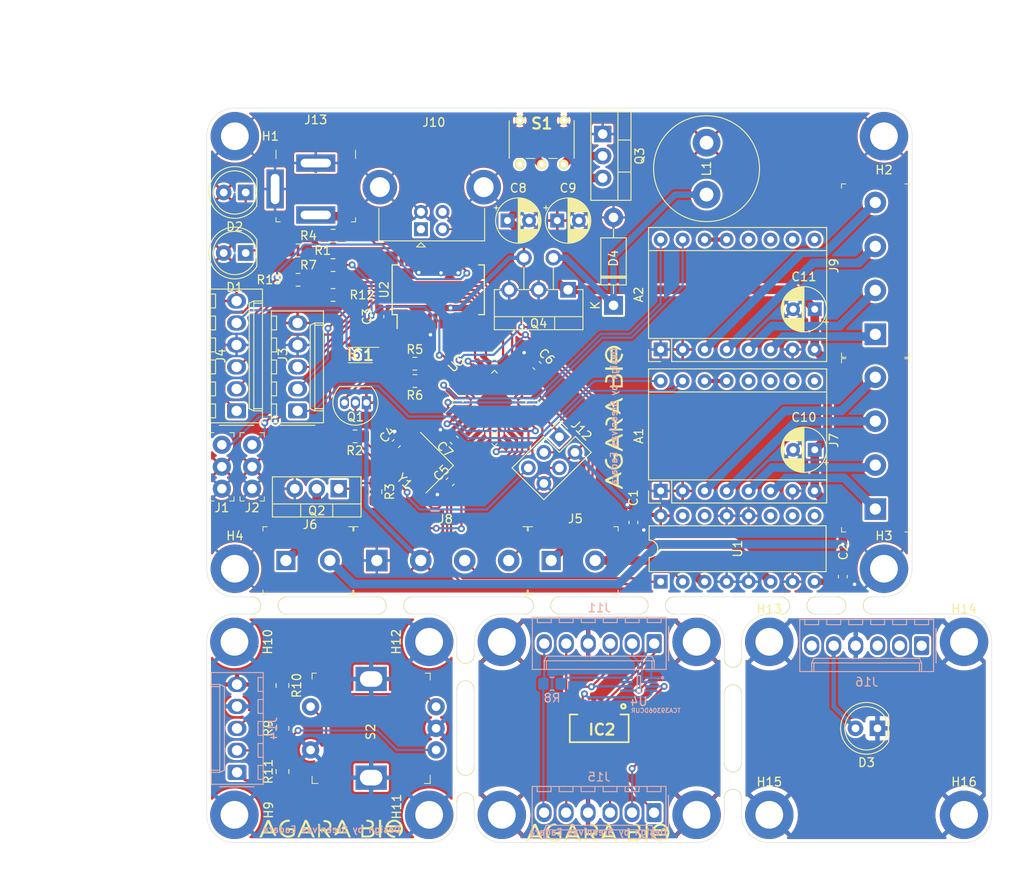
<source format=kicad_pcb>
(kicad_pcb (version 20211014) (generator pcbnew)
  (layers (0 "F.Cu" signal) (31 "B.Cu" signal) (34 "B.Paste" user) (35 "F.Paste" user) (36 "B.SilkS" user "B.Silkscreen") (37 "F.SilkS" user "F.Silkscreen") (38 "B.Mask" user) (39 "F.Mask" user) (44 "Edge.Cuts" user))
  (net 0 "")
  (net 1 "D4")
  (net 2 "+12V")
  (net 3 "D5")
  (net 4 "GND")
  (net 5 "Net-(A1-Pad13)")
  (net 6 "Net-(A1-Pad6)")
  (net 7 "Net-(A1-Pad5)")
  (net 8 "Net-(A1-Pad4)")
  (net 9 "Net-(A1-Pad3)")
  (net 10 "+5V")
  (net 11 "D2")
  (net 12 "D3")
  (net 13 "Net-(A2-Pad13)")
  (net 14 "Net-(A2-Pad6)")
  (net 15 "Net-(A2-Pad5)")
  (net 16 "Net-(A2-Pad4)")
  (net 17 "Net-(A2-Pad3)")
  (net 18 "Net-(C3-Pad2)")
  (net 19 "RESET")
  (net 20 "Net-(D1-Pad1)")
  (net 21 "Net-(D2-Pad1)")
  (net 22 "Net-(D3-Pad2)")
  (net 23 "GND2")
  (net 24 "Net-(D4-Pad1)")
  (net 25 "GND3")
  (net 26 "Net-(IC1-Pad2)")
  (net 27 "Net-(IC1-Pad1)")
  (net 28 "SDA1")
  (net 29 "3V3_2")
  (net 30 "SCL1")
  (net 31 "TEMP_OUT")
  (net 32 "PH_OUT")
  (net 33 "ROT_B")
  (net 34 "ROT_A")
  (net 35 "BUTTON")
  (net 36 "SCL")
  (net 37 "SDA")
  (net 38 "+3V3")
  (net 39 "Net-(J5-Pad2)")
  (net 40 "Net-(J5-Pad1)")
  (net 41 "Net-(J6-Pad1)")
  (net 42 "5V_3")
  (net 43 "SCL2")
  (net 44 "SDA2")
  (net 45 "MOSI")
  (net 46 "SCK")
  (net 47 "MISO")
  (net 48 "Net-(J13-Pad1)")
  (net 49 "5V_2")
  (net 50 "Net-(J14-Pad3)")
  (net 51 "Net-(J14-Pad2)")
  (net 52 "Net-(J14-Pad1)")
  (net 53 "Net-(Q1-Pad2)")
  (net 54 "Net-(Q2-Pad1)")
  (net 55 "Net-(Q3-Pad2)")
  (net 56 "Net-(R1-Pad2)")
  (net 57 "D6")
  (net 58 "D9")
  (net 59 "Net-(R4-Pad1)")
  (net 60 "Net-(R8-Pad2)")
  (net 61 "D8")
  (net 62 "D7")
  (net 63 "XTAL+")
  (net 64 "XTAL-")
  (net 65 "D-")
  (net 66 "D+")
  (net 67 "RX_TX_+")
  (net 68 "RX_TX_-")
  (net 69 "RX_TX_P")
  (net 70 "RX_TX_N")
  (net 71 "GND4")
  (net 72 "PHOTO_LED")
  (footprint "Capacitor_SMD:C_0603_1608Metric_Pad1.08x0.95mm_HandSolder" (layer "F.Cu") (at 103.65 76.275 45)
    (fp_text reference "C4")
    (fp_text value "22 pf")
  )
  (footprint "Diode_THT:D_DO-41_SOD81_P10.16mm_Horizontal" (layer "F.Cu") (at 128.75 60.3 90)
    (fp_text reference "D4")
    (fp_text value "1N5819")
  )
  (footprint "MountingHole:MountingHole_3.2mm_M3_DIN965_Pad" (layer "F.Cu") (at 160 40.75)
    (fp_text reference "H2")
    (fp_text value "MountingHole_Pad")
  )
  (footprint "MountingHole:MountingHole_3.2mm_M3_DIN965_Pad" (layer "F.Cu") (at 160 90.75)
    (fp_text reference "H3")
    (fp_text value "MountingHole_Pad")
  )
  (footprint "MountingHole:MountingHole_3.2mm_M3_DIN965_Pad" (layer "F.Cu") (at 85 90.75)
    (fp_text reference "H4")
    (fp_text value "MountingHole_Pad")
  )
  (footprint "MountingHole:MountingHole_3.2mm_M3_DIN965_Pad" (layer "F.Cu") (at 107.45 99.2 90)
    (fp_text reference "H12")
    (fp_text value "MountingHole_Pad")
  )
  (footprint "AL5809-20P1-7:AL580920QP17" (layer "F.Cu") (at 99.5 66.05)
    (fp_text reference "IC1")
    (fp_text value "AL5809-20P1-7" hide)
  )
  (footprint "digikey-footprints:PinHeader_1x3_P2.54_Drill1.1mm" (layer "F.Cu") (at 83.5 76.42 -90)
    (fp_text reference "J1")
    (fp_text value "61300311121")
  )
  (footprint "Connector_PinHeader_2.54mm:PinHeader_2x03_P2.54mm_Vertical" (layer "F.Cu") (at 122.5 75.5 -45)
    (fp_text reference "J12")
    (fp_text value "Conn_02x03_Odd_Even")
  )
  (footprint "Resistor_SMD:R_0805_2012Metric_Pad1.20x1.40mm_HandSolder" (layer "F.Cu") (at 101.25 81.85 -90)
    (fp_text reference "R3")
    (fp_text value "10K")
  )
  (footprint "Resistor_SMD:R_0805_2012Metric_Pad1.20x1.40mm_HandSolder" (layer "F.Cu") (at 90.5 104.25 -90)
    (fp_text reference "R10")
    (fp_text value "10K")
  )
  (footprint "Resistor_SMD:R_0805_2012Metric_Pad1.20x1.40mm_HandSolder" (layer "F.Cu") (at 90.5 114.2 90)
    (fp_text reference "R11")
    (fp_text value "10K")
  )
  (footprint "digikey-footprints:Rotary_Encoder_Switched_PEC11R" (layer "F.Cu") (at 100.75 114.9 90)
    (fp_text reference "S2")
    (fp_text value "PEC11R-4215F-S0024")
  )
  (footprint "Capacitor_THT:CP_Radial_D5.0mm_P2.50mm" (layer "F.Cu") (at 152 77 180)
    (fp_text reference "C10")
    (fp_text value "100 uF")
  )
  (footprint "digikey-footprints:Barrel_Jack_5.5mmODx2.1mmID_PJ-202A" (layer "F.Cu") (at 94.35 46.85)
    (fp_text reference "J13")
    (fp_text value "PJ-202A")
  )
  (footprint "Package_TO_SOT_THT:TO-220-3_Vertical" (layer "F.Cu") (at 127.5 40.5 -90)
    (fp_text reference "Q3")
    (fp_text value "FQP47P06")
  )
  (footprint "Package_TO_SOT_THT:TO-92_Inline" (layer "F.Cu") (at 100.2 71.55 180)
    (fp_text reference "Q1")
    (fp_text value "2N3905")
  )
  (footprint "GW12RCH:GW12RCH" (layer "F.Cu") (at 123 44 180)
    (fp_text reference "S1")
    (fp_text value "GW12RCH" hide)
  )
  (footprint "Package_TO_SOT_THT:TO-220-5_P3.4x3.7mm_StaggerEven_Lead3.8mm_Vertical" (layer "F.Cu") (at 123.5 58.5 180)
    (fp_text reference "Q4")
    (fp_text value "TL2575HV-05IKV")
  )
  (footprint "Connector_USB:USB_B_Lumberg_2411_02_Horizontal" (layer "F.Cu") (at 106.5 51.5 90)
    (fp_text reference "J10")
    (fp_text value "USB_B")
  )
  (footprint "Capacitor_THT:CP_Radial_D5.0mm_P2.50mm" (layer "F.Cu") (at 122.25 50.5)
    (fp_text reference "C9")
    (fp_text value "330 uF")
  )
  (footprint "Capacitor_THT:CP_Radial_D5.0mm_P2.50mm" (layer "F.Cu") (at 116.5 50.5)
    (fp_text reference "C8")
    (fp_text value "100 uF")
  )
  (footprint "digikey-footprints:TQFP-32_7x7mm" (layer "F.Cu") (at 115 71.5 45)
    (fp_text reference "U3")
    (fp_text value "ATMEGA328P-AUR")
  )
  (footprint "Inductor_THT:L_Radial_D12.0mm_P6.00mm_MuRATA_1900R" (layer "F.Cu") (at 139.5 47.5 90)
    (fp_text reference "L1")
    (fp_text value "330 uH")
  )
  (footprint "Module:Pololu_Breakout-16_15.2x20.3mm" (layer "F.Cu") (at 134.2 65.4 90)
    (fp_text reference "A2")
    (fp_text value "Pololu_Breakout_A4988")
  )
  (footprint "digikey-footprints:Term_Block_1x2_P5.08MM" (layer "F.Cu") (at 121.55 89.8)
    (fp_text reference "J5")
    (fp_text value "OSTTC022162")
  )
  (footprint "Capacitor_SMD:C_0603_1608Metric_Pad1.08x0.95mm_HandSolder" (layer "F.Cu") (at 131.05 85.4 -90)
    (fp_text reference "C1")
    (fp_text value ".1 uF")
  )
  (footprint "Package_DIP:DIP-16_W7.62mm" (layer "F.Cu") (at 134.2 92.25 90)
    (fp_text reference "U1")
    (fp_text value "L293D")
  )
  (footprint "Capacitor_THT:CP_Radial_D5.0mm_P2.50mm" (layer "F.Cu") (at 152 60.75 180)
    (fp_text reference "C11")
    (fp_text value "100 uF")
  )
  (footprint "Package_SO:SSOP-28_5.3x10.2mm_P0.65mm" (layer "F.Cu") (at 108.5 58.5 90)
    (fp_text reference "U2")
    (fp_text value "FT232RL")
  )
  (footprint "digikey-footprints:Term_Block_1x4_P5.08mm" (layer "F.Cu") (at 159 83.85 90)
    (fp_text reference "J7")
    (fp_text value "OSTTC042162")
  )
  (footprint "Resistor_SMD:R_0805_2012Metric_Pad1.20x1.40mm_HandSolder" (layer "F.Cu") (at 96.35 55.65 180)
    (fp_text reference "R7")
    (fp_text value "10K")
  )
  (footprint "LED_THT:LED_D5.0mm" (layer "F.Cu") (at 86.25 47.25 180)
    (fp_text reference "D2")
    (fp_text value "LED")
  )
  (footprint "LED_THT:LED_D5.0mm" (layer "F.Cu") (at 86.25 54.25 180)
    (fp_text reference "D1")
    (fp_text value "LED")
  )
  (footprint "MountingHole:MountingHole_3.2mm_M3_DIN965_Pad" (layer "F.Cu") (at 85 40.75)
    (fp_text reference "H1")
    (fp_text value "MountingHole_Pad")
  )
  (footprint "Connector_Molex:Molex_KK-254_AE-6410-05A_1x05_P2.54mm_Vertical" (layer "F.Cu") (at 92.25 72.5 90)
    (fp_text reference "J3")
    (fp_text value "Conn_01x05_Male")
  )
  (footprint "Resistor_SMD:R_0805_2012Metric_Pad1.20x1.40mm_HandSolder" (layer "F.Cu") (at 105.8 69.05 180)
    (fp_text reference "R6")
    (fp_text value "1K")
  )
  (footprint "Resistor_SMD:R_0805_2012Metric_Pad1.20x1.40mm_HandSolder" (layer "F.Cu") (at 105.8 67.05 180)
    (fp_text reference "R5")
    (fp_text value "1K")
  )
  (footprint "Resistor_SMD:R_0805_2012Metric_Pad1.20x1.40mm_HandSolder" (layer "F.Cu") (at 92.3 53.95)
    (fp_text reference "R1")
    (fp_text value "330")
  )
  (footprint "Capacitor_SMD:C_0603_1608Metric_Pad1.08x0.95mm_HandSolder" (layer "F.Cu") (at 101.7 61.6 -90)
    (fp_text reference "C3")
    (fp_text value ".1 uF")
  )
  (footprint "Capacitor_SMD:C_0603_1608Metric_Pad1.08x0.95mm_HandSolder" (layer "F.Cu") (at 119.90988 67.25988 135)
    (fp_text reference "C6")
    (fp_text value ".1 uF")
  )
  (footprint "Connector_Molex:Molex_KK-254_AE-6410-06A_1x06_P2.54mm_Vertical" (layer "F.Cu") (at 85.2 72.5 90)
    (fp_text reference "J4")
    (fp_text value "Conn_01x06_Male")
  )
  (footprint "Capacitor_SMD:C_0603_1608Metric_Pad1.08x0.95mm_HandSolder" (layer "F.Cu") (at 109.875 80.7 45)
    (fp_text reference "C5")
    (fp_text value "22 pf")
  )
  (footprint "digikey-footprints:Term_Block_1x4_P5.08mm" (layer "F.Cu") (at 159 63.65 90)
    (fp_text reference "J9")
    (fp_text value "OSTTC042162")
  )
  (footprint "Capacitor_SMD:C_0603_1608Metric_Pad1.08x0.95mm_HandSolder" (layer "F.Cu") (at 155.25 91.6625 90)
    (fp_text reference "C2")
    (fp_text value "1 uF")
  )
  (footprint "Package_TO_SOT_THT:TO-220-3_Vertical" (layer "F.Cu") (at 97 81.5 180)
    (fp_text reference "Q2")
    (fp_text value "IRF540N")
  )
  (footprint "Crystal:Crystal_SMD_3225-4Pin_3.2x2.5mm_HandSoldering" (layer "F.Cu") (at 106.762132 78.488478 135)
    (fp_text reference "Y1")
    (fp_text value "16 mHz")
  )
  (footprint "digikey-footprints:PinHeader_1x3_P2.54_Drill1.1mm" (layer "F.Cu") (at 87 76.42 -90)
    (fp_text reference "J2")
    (fp_text value "61300311121")
  )
  (footprint "Module:Pololu_Breakout-16_15.2x20.3mm" (layer "F.Cu") (at 134.2 81.75 90)
    (fp_text reference "A1")
    (fp_text value "Pololu_Breakout_A4988")
  )
  (footprint "digikey-footprints:Term_Block_1x4_P5.08mm" (layer "F.Cu") (at 101.4 89.8)
    (fp_text reference "J8")
    (fp_text value "OSTTC042162")
  )
  (footprint "digikey-footprints:Term_Block_1x2_P5.08MM" (layer "F.Cu") (at 90.9 89.8)
    (fp_text reference "J6")
    (fp_text value "OSTTC022162")
  )
  (footprint "Capacitor_SMD:C_0603_1608Metric_Pad1.08x0.95mm_HandSolder" (layer "F.Cu") (at 110.35 75.875 -45)
    (fp_text reference "C7")
    (fp_text value ".1 uF")
  )
  (footprint "Resistor_SMD:R_0805_2012Metric_Pad1.20x1.40mm_HandSolder" (layer "F.Cu") (at 98.9 75.45)
    (fp_text reference "R2")
    (fp_text value "1K")
  )
  (footprint "Resistor_SMD:R_0805_2012Metric_Pad1.20x1.40mm_HandSolder" (layer "F.Cu") (at 96.35 52.25 180)
    (fp_text reference "R4")
    (fp_text value "330")
  )
  (footprint "Resistor_SMD:R_0805_2012Metric_Pad1.20x1.40mm_HandSolder" (layer "F.Cu") (at 90.5 109.2 90)
    (fp_text reference "R9")
    (fp_text value "10K")
  )
  (footprint "MountingHole:MountingHole_3.2mm_M3_DIN965_Pad" (layer "F.Cu") (at 84.95 99.2 90)
    (fp_text reference "H10")
    (fp_text value "MountingHole_Pad")
  )
  (footprint "MountingHole:MountingHole_3.2mm_M3_DIN965_Pad" (layer "F.Cu") (at 107.45 119.2 90)
    (fp_text reference "H11")
    (fp_text value "MountingHole_Pad")
  )
  (footprint "MountingHole:MountingHole_3.2mm_M3_DIN965_Pad" (layer "F.Cu") (at 84.95 119.2 90)
    (fp_text reference "H9")
    (fp_text value "MountingHole_Pad")
  )
  (footprint "LED_THT:LED_D5.0mm" (layer "F.Cu") (at 159.25 109.2 180)
    (fp_text reference "D3")
    (fp_text value "LED")
  )
  (footprint "MountingHole:MountingHole_3.2mm_M3_DIN965_Pad" (layer "F.Cu") (at 115.85 119.2 -90)
    (fp_text reference "H5" hide)
    (fp_text value "MountingHole_Pad")
  )
  (footprint "MountingHole:MountingHole_3.2mm_M3_DIN965_Pad" (layer "F.Cu") (at 115.85 99.2 -90)
    (fp_text reference "H6" hide)
    (fp_text value "MountingHole_Pad")
  )
  (footprint "MountingHole:MountingHole_3.2mm_M3_DIN965_Pad" (layer "F.Cu") (at 138.35 99.2 90)
    (fp_text reference "H7" hide)
    (fp_text value "MountingHole_Pad")
  )
  (footprint "MountingHole:MountingHole_3.2mm_M3_DIN965_Pad" (layer "F.Cu") (at 138.35 119.2 90)
    (fp_text reference "H8" hide)
    (fp_text value "MountingHole_Pad")
  )
  (footprint "Panelization:mouse-bite-2mm-slot" (layer "F.Cu") (at 89 95)
    (fp_text reference "mouse-bite-2mm-slot" hide)
    (fp_text value "VAL**" hide)
  )
  (footprint "Panelization:mouse-bite-2mm-slot" (layer "F.Cu") (at 103.5 95)
    (fp_text reference "mouse-bite-2mm-slot" hide)
    (fp_text value "VAL**" hide)
  )
  (footprint "Panelization:mouse-bite-2mm-slot" (layer "F.Cu") (at 120.5 95)
    (fp_text reference "mouse-bite-2mm-slot" hide)
    (fp_text value "VAL**" hide)
  )
  (footprint "Panelization:mouse-bite-2mm-slot" (layer "F.Cu") (at 133.75 95)
    (fp_text reference "mouse-bite-2mm-slot" hide)
    (fp_text value "VAL**" hide)
  )
  (footprint "Panelization:mouse-bite-2mm-slot" (layer "F.Cu") (at 111.65 102.7 90)
    (fp_text reference "mouse-bite-2mm-slot" hide)
    (fp_text value "VAL**" hide)
  )
  (footprint "Panelization:mouse-bite-2mm-slot" (layer "F.Cu") (at 111.65 115.65 90)
    (fp_text reference "mouse-bite-2mm-slot" hide)
    (fp_text value "VAL**" hide)
  )
  (footprint "AgaraLogo:AgaraLogoSmall" (layer "F.Cu") (at 126.95 121.25)
    (fp_text reference "G***" hide)
    (fp_text value "LOGO" hide)
  )
  (footprint "AgaraLogo:AgaraLogoSmall" (layer "F.Cu") (at 96.15 120.8)
    (fp_text reference "G***" hide)
    (fp_text value "LOGO" hide)
  )
  (footprint "AgaraLogo:AgaraLogoSmall" (layer "F.Cu") (at 128.8 73.25 90)
    (fp_text reference "G***" hide)
    (fp_text value "LOGO" hide)
  )
  (footprint "MountingHole:MountingHole_3.2mm_M3_DIN965_Pad" (layer "F.Cu") (at 146.75 99.2)
    (fp_text reference "H13")
    (fp_text value "MountingHole_Pad")
  )
  (footprint "MountingHole:MountingHole_3.2mm_M3_DIN965_Pad" (layer "F.Cu") (at 169.25 99.2)
    (fp_text reference "H14")
    (fp_text value "MountingHole_Pad")
  )
  (footprint "MountingHole:MountingHole_3.2mm_M3_DIN965_Pad" (layer "F.Cu") (at 146.75 119.2)
    (fp_text reference "H15")
    (fp_text value "MountingHole_Pad")
  )
  (footprint "MountingHole:MountingHole_3.2mm_M3_DIN965_Pad" (layer "F.Cu") (at 169.25 119.2)
    (fp_text reference "H16")
    (fp_text value "MountingHole_Pad")
  )
  (footprint "VEML7700-TR:VEML7700" (layer "F.Cu") (at 130.5 107.6 180)
    (fp_text reference "IC2")
    (fp_text value "VEML7700-TR" hide)
  )
  (footprint "Panelization:mouse-bite-2mm-slot" (layer "F.Cu") (at 142.55 103.15 90)
    (fp_text reference "mouse-bite-2mm-slot" hide)
    (fp_text value "VAL**" hide)
  )
  (footprint "Panelization:mouse-bite-2mm-slot" (layer "F.Cu") (at 142.55 115.25 90)
    (fp_text reference "mouse-bite-2mm-slot" hide)
    (fp_text value "VAL**" hide)
  )
  (footprint "Panelization:mouse-bite-2mm-slot" (layer "F.Cu") (at 150.1 95)
    (fp_text reference "mouse-bite-2mm-slot" hide)
    (fp_text value "VAL**" hide)
  )
  (footprint "Panelization:mouse-bite-2mm-slot" (layer "F.Cu") (at 156.6 95)
    (fp_text reference "mouse-bite-2mm-slot" hide)
    (fp_text value "VAL**" hide)
  )
  (footprint "Resistor_SMD:R_0805_2012Metric_Pad1.20x1.40mm_HandSolder" (layer "F.Cu") (at 92.3 57.35)
    (fp_text reference "R13")
    (fp_text value "10K")
  )
  (footprint "Resistor_SMD:R_0805_2012Metric_Pad1.20x1.40mm_HandSolder" (layer "F.Cu") (at 96.35 59.1)
    (fp_text reference "R12")
    (fp_text value "10K")
  )
  (footprint "Package_DFN_QFN:QFN-32-1EP_5x5mm_P0.5mm_EP3.1x3.1mm" (layer "F.Cu") (at 115 71.5 45)
    (fp_text reference "U5" hide)
    (fp_text value "ATmega328PB-M")
  )
  (footprint "Connector_Molex:Molex_KK-254_AE-6410-05A_1x05_P2.54mm_Vertical" (layer "B.Cu") (at 85.25 114.29 90)
    (fp_text reference "J14")
    (fp_text value "Conn_01x05_Male")
  )
  (footprint "TCA39306DCUR:TCA39306DCUR" (layer "B.Cu") (at 131.675918 104.099999 180)
    (fp_text reference "U4")
    (fp_text value "TCA39306DCUR")
  )
  (footprint "Resistor_SMD:R_0805_2012Metric_Pad1.20x1.40mm_HandSolder" (layer "B.Cu") (at 121.65 104.05)
    (fp_text reference "R8")
    (fp_text value "200K")
  )
  (footprint "Connector_Molex:Molex_KK-254_AE-6410-06A_1x06_P2.54mm_Vertical" (layer "B.Cu") (at 133.43 118.95 180)
    (fp_text reference "J15")
    (fp_text value "Conn_01x06_Male")
  )
  (footprint "Connector_Molex:Molex_KK-254_AE-6410-06A_1x06_P2.54mm_Vertical" (layer "B.Cu") (at 164.35 99.65 180)
    (fp_text reference "J16")
    (fp_text value "Conn_01x06_Male")
  )
  (footprint "Connector_Molex:Molex_KK-254_AE-6410-06A_1x06_P2.54mm_Vertical" (layer "B.Cu") (at 133.45 99.4 180)
    (fp_text reference "J11")
    (fp_text value "Conn_01x06_Male")
  )
  (gr_arc (start 107.45 96) (mid 109.712742 96.937258) (end 110.65 99.2) (layer "Edge.Cuts") (width 0.05))
  (gr_line (start 112.65 104.7) (end 112.65 113.65) (layer "Edge.Cuts") (width 0.05))
  (gr_line (start 115.85 122.4) (end 138.35 122.4) (layer "Edge.Cuts") (width 0.05))
  (gr_line (start 122.5 96) (end 131.75 96) (layer "Edge.Cuts") (width 0.05))
  (gr_line (start 141.55 105.15) (end 141.55 113.25) (layer "Edge.Cuts") (width 0.05))
  (gr_arc (start 112.65 99.2) (mid 113.587258 96.937258) (end 115.85 96) (layer "Edge.Cuts") (width 0.05))
  (gr_arc (start 115.85 122.4) (mid 113.587258 121.462742) (end 112.65 119.2) (layer "Edge.Cuts") (width 0.05))
  (gr_arc (start 141.55 119.2) (mid 140.612742 121.462742) (end 138.35 122.4) (layer "Edge.Cuts") (width 0.05))
  (gr_arc (start 138.35 96) (mid 140.612742 96.937258) (end 141.55 99.2) (layer "Edge.Cuts") (width 0.05))
  (gr_line (start 135.75 96) (end 138.35 96) (layer "Edge.Cuts") (width 0.05))
  (gr_line (start 143.55 99.2) (end 143.55 101.15) (layer "Edge.Cuts") (width 0.05))
  (gr_line (start 87 94) (end 85 94) (layer "Edge.Cuts") (width 0.05))
  (gr_line (start 152.1 96) (end 154.6 96) (layer "Edge.Cuts") (width 0.05))
  (gr_arc (start 143.55 99.2) (mid 144.487258 96.937258) (end 146.75 96) (layer "Edge.Cuts") (width 0.05))
  (gr_arc (start 158.6 96) (mid 157.6 95) (end 158.6 94) (layer "Edge.Cuts") (width 0.05))
  (gr_arc (start 85 94) (mid 82.701903 93.048097) (end 81.75 90.75) (layer "Edge.Cuts") (width 0.05))
  (gr_line (start 135.75 94) (end 148.1 94) (layer "Edge.Cuts") (width 0.05))
  (gr_arc (start 84.95 122.4) (mid 82.687258 121.462742) (end 81.75 119.2) (layer "Edge.Cuts") (width 0.05))
  (gr_line (start 143.55 119.2) (end 143.55 117.25) (layer "Edge.Cuts") (width 0.05))
  (gr_arc (start 154.6 94) (mid 155.6 95) (end 154.6 96) (layer "Edge.Cuts") (width 0.05))
  (gr_arc (start 110.65 119.2) (mid 109.712742 121.462742) (end 107.45 122.4) (layer "Edge.Cuts") (width 0.05))
  (gr_arc (start 101.5 94) (mid 102.5 95) (end 101.5 96) (layer "Edge.Cuts") (width 0.05))
  (gr_arc (start 122.5 96) (mid 121.5 95) (end 122.5 94) (layer "Edge.Cuts") (width 0.05))
  (gr_line (start 91 96) (end 101.5 96) (layer "Edge.Cuts") (width 0.05))
  (gr_arc (start 87 94) (mid 88 95) (end 87 96) (layer "Edge.Cuts") (width 0.05))
  (gr_line (start 169.25 122.4) (end 146.75 122.4) (layer "Edge.Cuts") (width 0.05))
  (gr_line (start 107.45 96) (end 105.5 96) (layer "Edge.Cuts") (width 0.05))
  (gr_arc (start 169.25 96) (mid 171.512742 96.937258) (end 172.45 99.2) (layer "Edge.Cuts") (width 0.05))
  (gr_arc (start 160 37.5) (mid 162.298097 38.451903) (end 163.25 40.75) (layer "Edge.Cuts") (width 0.05))
  (gr_arc (start 172.449609 119.249994) (mid 171.494996 121.480348) (end 169.25 122.4) (layer "Edge.Cuts") (width 0.05))
  (gr_arc (start 112.65 100.7) (mid 111.65 101.7) (end 110.65 100.7) (layer "Edge.Cuts") (width 0.05))
  (gr_line (start 110.65 104.7) (end 110.65 113.65) (layer "Edge.Cuts") (width 0.05))
  (gr_line (start 81.75 40.75) (end 81.75 90.75) (layer "Edge.Cuts") (width 0.05))
  (gr_arc (start 81.75 40.75) (mid 82.701903 38.451903) (end 85 37.5) (layer "Edge.Cuts") (width 0.05))
  (gr_line (start 172.45 99.2) (end 172.449609 119.249994) (layer "Edge.Cuts") (width 0.05))
  (gr_line (start 84.95 96) (end 87 96) (layer "Edge.Cuts") (width 0.05))
  (gr_arc (start 143.55 113.25) (mid 142.55 114.25) (end 141.55 113.25) (layer "Edge.Cuts") (width 0.05))
  (gr_line (start 152.1 94) (end 154.6 94) (layer "Edge.Cuts") (width 0.05))
  (gr_line (start 122.5 94) (end 131.75 94) (layer "Edge.Cuts") (width 0.05))
  (gr_line (start 91 94) (end 101.5 94) (layer "Edge.Cuts") (width 0.05))
  (gr_line (start 143.55 105.15) (end 143.55 113.25) (layer "Edge.Cuts") (width 0.05))
  (gr_line (start 158.6 94) (end 160 94) (layer "Edge.Cuts") (width 0.05))
  (gr_arc (start 110.65 117.65) (mid 111.65 116.65) (end 112.65 117.65) (layer "Edge.Cuts") (width 0.05))
  (gr_line (start 81.75 119.2) (end 81.75 99.2) (layer "Edge.Cuts") (width 0.05))
  (gr_arc (start 141.55 105.15) (mid 142.55 104.15) (end 143.55 105.15) (layer "Edge.Cuts") (width 0.05))
  (gr_arc (start 143.55 101.15) (mid 142.55 102.15) (end 141.55 101.15) (layer "Edge.Cuts") (width 0.05))
  (gr_line (start 141.55 99.2) (end 141.55 101.15) (layer "Edge.Cuts") (width 0.05))
  (gr_arc (start 135.75 96) (mid 134.75 95) (end 135.75 94) (layer "Edge.Cuts") (width 0.05))
  (gr_arc (start 105.5 96) (mid 104.5 95) (end 105.5 94) (layer "Edge.Cuts") (width 0.05))
  (gr_arc (start 110.65 104.7) (mid 111.65 103.7) (end 112.65 104.7) (layer "Edge.Cuts") (width 0.05))
  (gr_arc (start 112.65 113.65) (mid 111.65 114.65) (end 110.65 113.65) (layer "Edge.Cuts") (width 0.05))
  (gr_arc (start 81.75 99.2) (mid 82.687258 96.937258) (end 84.95 96) (layer "Edge.Cuts") (width 0.05))
  (gr_line (start 112.65 117.65) (end 112.65 119.2) (layer "Edge.Cuts") (width 0.05))
  (gr_arc (start 91 96) (mid 90 95) (end 91 94) (layer "Edge.Cuts") (width 0.05))
  (gr_line (start 110.65 117.65) (end 110.65 119.2) (layer "Edge.Cuts") (width 0.05))
  (gr_arc (start 152.1 96) (mid 151.1 95) (end 152.1 94) (layer "Edge.Cuts") (width 0.05))
  (gr_line (start 112.65 99.2) (end 112.65 100.7) (layer "Edge.Cuts") (width 0.05))
  (gr_line (start 115.85 96) (end 118.5 96) (layer "Edge.Cuts") (width 0.05))
  (gr_arc (start 148.1 94) (mid 149.1 95) (end 148.1 96) (layer "Edge.Cuts") (width 0.05))
  (gr_line (start 110.65 99.2) (end 110.65 100.7) (layer "Edge.Cuts") (width 0.05))
  (gr_arc (start 163.25 90.75) (mid 162.298097 93.048097) (end 160 94) (layer "Edge.Cuts") (width 0.05))
  (gr_line (start 85 37.5) (end 160 37.5) (layer "Edge.Cuts") (width 0.05))
  (gr_line (start 163.25 40.75) (end 163.25 90.75) (layer "Edge.Cuts") (width 0.05))
  (gr_arc (start 146.75 122.4) (mid 144.487258 121.462742) (end 143.55 119.2) (layer "Edge.Cuts") (width 0.05))
  (gr_arc (start 131.75 94) (mid 132.75 95) (end 131.75 96) (layer "Edge.Cuts") (width 0.05))
  (gr_line (start 158.6 96) (end 169.25 96) (layer "Edge.Cuts") (width 0.05))
  (gr_line (start 105.5 94) (end 118.5 94) (layer "Edge.Cuts") (width 0.05))
  (gr_line (start 141.55 119.2) (end 141.55 117.25) (layer "Edge.Cuts") (width 0.05))
  (gr_line (start 107.45 122.4) (end 84.95 122.4) (layer "Edge.Cuts") (width 0.05))
  (gr_arc (start 141.55 117.25) (mid 142.55 116.25) (end 143.55 117.25) (layer "Edge.Cuts") (width 0.05))
  (gr_arc (start 118.5 94) (mid 119.5 95) (end 118.5 96) (layer "Edge.Cuts") (width 0.05))
  (gr_text "Design by Sreenivas Eadara" (at 128.8 73.15 90) (layer "B.SilkS") (effects (font (size 0.75 0.75)) (justify mirror)))
  (gr_text "Design by Sreenivas Eadara" (at 126.95 121.2) (layer "B.SilkS") (effects (font (size 0.75 0.75)) (justify mirror)))
  (gr_text "Design by Sreenivas Eadara" (at 96.2 120.9) (layer "B.SilkS") (effects (font (size 0.75 0.75)) (justify mirror)))
  (segment (start 111.419208 72.375) (end 111.677923 72.633715) (width 0.1524) (layer "F.Cu") (net 1))
  (segment (start 112.098518 72.633715) (end 112.392544 72.339689) (width 0.1524) (layer "F.Cu") (net 1))
  (segment (start 110.615938 73.055635) (end 111.296573 72.375) (width 0.1524) (layer "F.Cu") (net 1))
  (segment (start 111.677923 72.633715) (end 112.098518 72.633715) (width 0.1524) (layer "F.Cu") (net 1))
  (segment (start 109.525 74) (end 109.671573 74) (width 0.25) (layer "F.Cu") (net 1))
  (segment (start 109.671573 74) (end 110.13232 73.539253) (width 0.25) (layer "F.Cu") (net 1))
  (segment (start 111.296573 72.375) (end 111.419208 72.375) (width 0.1524) (layer "F.Cu") (net 1))
  (via (at 109.525 74) (size 0.8) (drill 0.4) (layers "F.Cu" "B.Cu") (net 1))
  (segment (start 126.514282 69.05) (end 134.2 69.05) (width 0.25) (layer "B.Cu") (net 1))
  (segment (start 109.525 74) (end 110.274614 74) (width 0.25) (layer "B.Cu") (net 1))
  (segment (start 110.274614 74) (end 111.924614 75.65) (width 0.25) (layer "B.Cu") (net 1))
  (segment (start 111.924614 75.65) (end 119.914282 75.65) (width 0.25) (layer "B.Cu") (net 1))
  (segment (start 119.914282 75.65) (end 126.514282 69.05) (width 0.25) (layer "B.Cu") (net 1))
  (segment (start 120.199999 55.568001) (end 123.131998 58.5) (width 1) (layer "F.Cu") (net 2))
  (segment (start 149.75 58.5) (end 152 60.75) (width 1) (layer "F.Cu") (net 2))
  (segment (start 153.480001 66.900001) (end 153.480001 75.519999) (width 1) (layer "F.Cu") (net 2))
  (segment (start 151.98 65.4) (end 153.480001 66.900001) (width 1) (layer "F.Cu") (net 2))
  (segment (start 155.25 87.925) (end 155.25 85.02) (width 1) (layer "F.Cu") (net 2))
  (segment (start 123.5 58.5) (end 149.75 58.5) (width 1) (layer "F.Cu") (net 2))
  (segment (start 152 60.75) (end 152 65.38) (width 1) (layer "F.Cu") (net 2))
  (segment (start 127.5 45.58) (end 124.42 45.58) (width 1) (layer "F.Cu") (net 2))
  (segment (start 153.480001 75.519999) (end 152 77) (width 1) (layer "F.Cu") (net 2))
  (segment (start 152 77) (end 152 81.73) (width 1) (layer "F.Cu") (net 2))
  (segment (start 122.5 47.5) (end 119.5 47.5) (width 1) (layer "F.Cu") (net 2))
  (segment (start 124.42 45.58) (end 122.5 47.5) (width 1) (layer "F.Cu") (net 2))
  (segment (start 155.25 87.925) (end 155.25 88.95) (width 1) (layer "F.Cu") (net 2))
  (segment (start 119.5 47.5) (end 116.5 50.5) (width 1) (layer "F.Cu") (net 2))
  (segment (start 151.98 92.25) (end 153.8 92.25) (width 0.75) (layer "F.Cu") (net 2))
  (segment (start 116.668 50.5) (end 120.199999 54.031999) (width 1) (layer "F.Cu") (net 2))
  (segment (start 153.8 92.25) (end 155.25 90.8) (width 0.75) (layer "F.Cu") (net 2))
  (segment (start 120.199999 54.031999) (end 120.199999 55.568001) (width 1) (layer "F.Cu") (net 2))
  (segment (start 155.25 85.02) (end 151.98 81.75) (width 1) (layer "F.Cu") (net 2))
  (segment (start 155.25 88.95) (end 155.25 90.8) (width 0.5) (layer "F.Cu") (net 2))
  (via (at 155.25 87.925) (size 0.8) (drill 0.4) (layers "F.Cu" "B.Cu") (net 2))
  (segment (start 129.35 92.525) (end 98.705 92.525) (width 1) (layer "B.Cu") (net 2))
  (segment (start 98.705 92.525) (end 95.98 89.8) (width 1) (layer "B.Cu") (net 2))
  (segment (start 133.95 87.925) (end 129.35 92.525) (width 1) (layer "B.Cu") (net 2))
  (segment (start 155.25 87.925) (end 133.95 87.925) (width 1) (layer "B.Cu") (net 2))
  (segment (start 115.5 75.959798) (end 115.989949 76.449747) (width 0.25) (layer "F.Cu") (net 3))
  (segment (start 115.5 74.474874) (end 115.5 75.959798) (width 0.25) (layer "F.Cu") (net 3))
  (segment (start 115.486136 74.46101) (end 115.5 74.474874) (width 0.25) (layer "F.Cu") (net 3))
  (segment (start 115.2 77.225) (end 115.975253 76.449747) (width 0.25) (layer "F.Cu") (net 3))
  (via (at 115.2 77.225) (size 0.8) (drill 0.4) (layers "F.Cu" "B.Cu") (net 3))
  (segment (start 115.2 77.225) (end 118.975 77.225) (width 0.25) (layer "B.Cu") (net 3))
  (segment (start 126.025489 70.174511) (end 135.615489 70.174511) (width 0.25) (layer "B.Cu") (net 3))
  (segment (start 135.615489 70.174511) (end 136.74 69.05) (width 0.25) (layer "B.Cu") (net 3))
  (segment (start 118.975 77.225) (end 126.025489 70.174511) (width 0.25) (layer "B.Cu") (net 3))
  (segment (start 104.25988 75.66512) (end 104.25988 75.65988) (width 0.5) (layer "F.Cu") (net 4))
  (segment (start 132.2375 86.2625) (end 132.25 86.275) (width 0.5) (layer "F.Cu") (net 4))
  (segment (start 109.74012 75.26512) (end 109.74012 75.062823) (width 0.5) (layer "F.Cu") (net 4))
  (segment (start 106.225 56.475) (end 106.25 56.5) (width 0.25) (layer "F.Cu") (net 4))
  (segment (start 109.74012 75.062823) (end 111.181623 73.62132) (width 0.5) (layer "F.Cu") (net 4))
  (segment (start 155.25 92.525) (end 156.575 92.525) (width 0.5) (layer "F.Cu") (net 4))
  (segment (start 114.501776 72.351777) (end 113.453204 73.400349) (width 0.25) (layer "F.Cu") (net 4))
  (segment (start 117.687006 68.247309) (end 117.702691 68.247309) (width 0.5) (layer "F.Cu") (net 4))
  (segment (start 109.26512 81.30988) (end 108.4 82.175) (width 0.5) (layer "F.Cu") (net 4))
  (segment (start 117.702691 68.247309) (end 119.3 66.65) (width 0.5) (layer "F.Cu") (net 4))
  (segment (start 131.05 86.2625) (end 132.2375 86.2625) (width 0.5) (layer "F.Cu") (net 4))
  (segment (start 108.175 63.125) (end 108.175 62.1) (width 0.25) (layer "F.Cu") (net 4))
  (segment (start 107.6 63.7) (end 108.175 63.125) (width 0.25) (layer "F.Cu") (net 4))
  (segment (start 156.575 92.525) (end 156.6 92.55) (width 0.5) (layer "F.Cu") (net 4))
  (segment (start 107.957188 81.30988) (end 106.974264 80.326956) (width 0.5) (layer "F.Cu") (net 4))
  (segment (start 110.775 54.9) (end 110.775 56.525) (width 0.25) (layer "F.Cu") (net 4))
  (segment (start 109.34012 75.26512) (end 109.74012 75.26512) (width 0.5) (layer "F.Cu") (net 4))
  (segment (start 104.25988 75.66512) (end 105.56512 75.66512) (width 0.5) (layer "F.Cu") (net 4))
  (segment (start 104.25988 75.65988) (end 103.475 74.875) (width 0.5) (layer "F.Cu") (net 4))
  (segment (start 108.825 56.55) (end 108.825 54.9) (width 0.25) (layer "F.Cu") (net 4))
  (segment (start 110.775 56.525) (end 110.8 56.55) (width 0.25) (layer "F.Cu") (net 4))
  (segment (start 119.3 66.65) (end 118.425 65.775) (width 0.5) (layer "F.Cu") (net 4))
  (segment (start 108.75 74.675) (end 109.34012 75.26512) (width 0.5) (layer "F.Cu") (net 4))
  (segment (start 105.56512 75.66512) (end 106.55 76.65) (width 0.5) (layer "F.Cu") (net 4))
  (segment (start 109.26512 81.30988) (end 107.957188 81.30988) (width 0.5) (layer "F.Cu") (net 4))
  (segment (start 112.312994 74.540559) (end 113.453204 73.400349) (width 0.25) (layer "F.Cu") (net 4))
  (segment (start 117.687006 68.459441) (end 116.546796 69.599651) (width 0.25) (layer "F.Cu") (net 4))
  (segment (start 115 71.146447) (end 116.546796 69.599651) (width 0.25) (layer "F.Cu") (net 4))
  (segment (start 106.225 54.9) (end 106.225 56.475) (width 0.25) (layer "F.Cu") (net 4))
  (via (at 108.75 74.675) (size 0.8) (drill 0.4) (layers "F.Cu" "B.Cu") (net 4))
  (via (at 110.8 56.55) (size 0.8) (drill 0.4) (layers "F.Cu" "B.Cu") (net 4))
  (via (at 106.25 56.5) (size 0.8) (drill 0.4) (layers "F.Cu" "B.Cu") (net 4))
  (via (at 156.6 92.55) (size 0.8) (drill 0.4) (layers "F.Cu" "B.Cu") (net 4))
  (via (at 118.425 65.775) (size 0.8) (drill 0.4) (layers "F.Cu" "B.Cu") (net 4))
  (via (at 108.825 56.55) (size 0.8) (drill 0.4) (layers "F.Cu" "B.Cu") (net 4))
  (via (at 107.6 63.7) (size 0.8) (drill 0.4) (layers "F.Cu" "B.Cu") (net 4))
  (via (at 108.4 82.175) (size 0.8) (drill 0.4) (layers "F.Cu" "B.Cu") (net 4))
  (via (at 132.25 86.275) (size 0.8) (drill 0.4) (layers "F.Cu" "B.Cu") (net 4))
  (via (at 103.475 74.875) (size 0.8) (drill 0.4) (layers "F.Cu" "B.Cu") (net 4))
  (segment (start 139.28 69.05) (end 141.82 69.05) (width 0.5) (layer "F.Cu") (net 5))
  (segment (start 147.219998 81.75) (end 148.719999 80.249999) (width 1) (layer "B.Cu") (net 6))
  (segment (start 148.719999 80.249999) (end 155.399999 80.249999) (width 1) (layer "B.Cu") (net 6))
  (segment (start 146.9 81.75) (end 147.219998 81.75) (width 1) (layer "B.Cu") (net 6))
  (segment (start 155.399999 80.249999) (end 159 83.85) (width 1) (layer "B.Cu") (net 6))
  (segment (start 144.36 81.75) (end 147.060011 79.049989) (width 1) (layer "B.Cu") (net 7))
  (segment (start 147.060011 79.049989) (end 158.720011 79.049989) (width 1) (layer "B.Cu") (net 7))
  (segment (start 141.82 81.75) (end 149.87 73.7) (width 1) (layer "B.Cu") (net 8))
  (segment (start 149.87 73.7) (end 158.99 73.7) (width 1) (layer "B.Cu") (net 8))
  (segment (start 139.28 81.75) (end 148.530011 72.499989) (width 1) (layer "B.Cu") (net 9))
  (segment (start 155.110011 72.499989) (end 159 68.61) (width 1) (layer "B.Cu") (net 9))
  (segment (start 148.530011 72.499989) (end 155.110011 72.499989) (width 1) (layer "B.Cu") (net 9))
  (segment (start 110.95988 76.48488) (end 111.712177 76.48488) (width 0.5) (layer "F.Cu") (net 10))
  (segment (start 118.492091 70.502982) (end 118.825445 70.502982) (width 0.1524) (layer "F.Cu") (net 10))
  (segment (start 118.355394 70.366285) (end 118.492091 70.502982) (width 0.1524) (layer "F.Cu") (net 10))
  (segment (start 117.901482 70.366285) (end 118.355394 70.366285) (width 0.1524) (layer "F.Cu") (net 10))
  (segment (start 118.825445 70.502982) (end 119.384062 69.944365) (width 0.1524) (layer "F.Cu") (net 10))
  (segment (start 119.384062 69.944365) (end 120.51976 68.808667) (width 0.5) (layer "F.Cu") (net 10))
  (segment (start 111.959441 74.187006) (end 113.099651 73.046796) (width 0.25) (layer "F.Cu") (net 10))
  (segment (start 106.225 60.8) (end 106.42694 60.59806) (width 0.25) (layer "F.Cu") (net 10))
  (segment (start 131.05 84.5375) (end 134.1075 84.5375) (width 0.5) (layer "F.Cu") (net 10))
  (segment (start 131.05 84.05) (end 130.35 83.35) (width 0.5) (layer "F.Cu") (net 10))
  (segment (start 131.05 84.5375) (end 131.05 84.05) (width 0.5) (layer "F.Cu") (net 10))
  (segment (start 117.607456 70.660311) (end 117.901482 70.366285) (width 0.1524) (layer "F.Cu") (net 10))
  (segment (start 106.225 62.1) (end 106.225 60.8) (width 0.25) (layer "F.Cu") (net 10))
  (segment (start 109.925 60.59806) (end 106.42694 60.59806) (width 0.5) (layer "F.Cu") (net 10))
  (segment (start 111.712177 76.48488) (end 112.87868 75.318377) (width 0.5) (layer "F.Cu") (net 10))
  (segment (start 110.95988 74.974435) (end 111.747309 74.187006) (width 0.5) (layer "F.Cu") (net 10))
  (segment (start 110.95988 76.48488) (end 110.95988 74.974435) (width 0.5) (layer "F.Cu") (net 10))
  (segment (start 118.040559 68.812994) (end 116.900349 69.953204) (width 0.25) (layer "F.Cu") (net 10))
  (segment (start 120.51976 68.808667) (end 120.51976 67.86976) (width 0.5) (layer "F.Cu") (net 10))
  (via (at 130.35 83.35) (size 0.8) (drill 0.4) (layers "F.Cu" "B.Cu") (net 10))
  (via (at 109.925 60.59806) (size 0.8) (drill 0.4) (layers "F.Cu" "B.Cu") (net 10))
  (segment (start 110.95194 60.59806) (end 116.75 54.8) (width 0.5) (layer "B.Cu") (net 10))
  (segment (start 100.2 83.52) (end 100.2 71.55) (width 0.5) (layer "B.Cu") (net 10))
  (segment (start 106.48 89.8) (end 100.2 83.52) (width 0.5) (layer "B.Cu") (net 10))
  (segment (start 124.296051 77.296051) (end 130.35 83.35) (width 0.5) (layer "B.Cu") (net 10))
  (segment (start 109.925 60.59806) (end 110.95194 60.59806) (width 0.5) (layer "B.Cu") (net 10))
  (segment (start 116.75 54.8) (end 118.4 54.8) (width 0.5) (layer "B.Cu") (net 10))
  (segment (start 110.039949 70.510051) (end 109.125 69.595102) (width 0.25) (layer "F.Cu") (net 11))
  (segment (start 110.540202 71) (end 110.050253 70.510051) (width 0.25) (layer "F.Cu") (net 11))
  (segment (start 112.03899 71.013864) (end 112.025126 71) (width 0.25) (layer "F.Cu") (net 11))
  (segment (start 109.125 69.595102) (end 109.125 69.525) (width 0.25) (layer "F.Cu") (net 11))
  (segment (start 112.025126 71) (end 110.540202 71) (width 0.25) (layer "F.Cu") (net 11))
  (via (at 109.125 69.525) (size 0.8) (drill 0.4) (layers "F.Cu" "B.Cu") (net 11))
  (segment (start 130.65 63.6) (end 134.2 60.05) (width 0.25) (layer "B.Cu") (net 11))
  (segment (start 119.8 71.05) (end 127.25 63.6) (width 0.25) (layer "B.Cu") (net 11))
  (segment (start 134.2 60.05) (end 134.2 52.7) (width 0.25) (layer "B.Cu") (net 11))
  (segment (start 127.25 63.6) (end 130.65 63.6) (width 0.25) (layer "B.Cu") (net 11))
  (segment (start 110.65 71.05) (end 119.8 71.05) (width 0.25) (layer "B.Cu") (net 11))
  (segment (start 109.125 69.525) (end 110.65 71.05) (width 0.25) (layer "B.Cu") (net 11))
  (segment (start 110.565922 71.97428) (end 110.050253 72.489949) (width 0.25) (layer "F.Cu") (net 12))
  (segment (start 112.027134 71.97428) (end 110.565922 71.97428) (width 0.25) (layer "F.Cu") (net 12))
  (segment (start 112.03899 71.986136) (end 112.027134 71.97428) (width 0.25) (layer "F.Cu") (net 12))
  (segment (start 109.625 71.525) (end 109.625 72.064696) (width 0.25) (layer "F.Cu") (net 12))
  (segment (start 109.625 72.064696) (end 110.050253 72.489949) (width 0.25) (layer "F.Cu") (net 12))
  (via (at 109.625 71.525) (size 0.8) (drill 0.4) (layers "F.Cu" "B.Cu") (net 12))
  (segment (start 109.625 71.525) (end 119.960718 71.525) (width 0.25) (layer "B.Cu") (net 12))
  (segment (start 136.74 58.145717) (end 136.74 52.7) (width 0.25) (layer "B.Cu") (net 12))
  (segment (start 119.960718 71.525) (end 127.436198 64.04952) (width 0.25) (layer "B.Cu") (net 12))
  (segment (start 127.436198 64.04952) (end 130.836197 64.04952) (width 0.25) (layer "B.Cu") (net 12))
  (segment (start 130.836197 64.04952) (end 136.74 58.145717) (width 0.25) (layer "B.Cu") (net 12))
  (segment (start 139.28 52.7) (end 141.82 52.7) (width 0.5) (layer "F.Cu") (net 13))
  (segment (start 148.400001 63.899999) (end 158.750001 63.899999) (width 1) (layer "B.Cu") (net 14))
  (segment (start 146.9 65.4) (end 148.400001 63.899999) (width 1) (layer "B.Cu") (net 14))
  (segment (start 154.870011 62.699989) (end 159 58.57) (width 1) (layer "B.Cu") (net 15))
  (segment (start 147.060011 62.699989) (end 154.870011 62.699989) (width 1) (layer "B.Cu") (net 15))
  (segment (start 144.36 65.4) (end 147.060011 62.699989) (width 1) (layer "B.Cu") (net 15))
  (segment (start 141.82 65.4) (end 151.819989 55.400011) (width 1) (layer "B.Cu") (net 16))
  (segment (start 151.819989 55.400011) (end 157.089989 55.400011) (width 1) (layer "B.Cu") (net 16))
  (segment (start 157.089989 55.400011) (end 159 53.49) (width 1) (layer "B.Cu") (net 16))
  (segment (start 153.209999 54.200001) (end 150.479999 54.200001) (width 1) (layer "B.Cu") (net 17))
  (segment (start 150.479999 54.200001) (end 139.28 65.4) (width 1) (layer "B.Cu") (net 17))
  (segment (start 159 48.41) (end 153.209999 54.200001) (width 1) (layer "B.Cu") (net 17))
  (segment (start 103.2625 60.9) (end 101.7 62.4625) (width 0.25) (layer "F.Cu") (net 18))
  (segment (start 104.925 62.1) (end 104.925 60.975) (width 0.25) (layer "F.Cu") (net 18))
  (segment (start 104.85 60.9) (end 103.2625 60.9) (width 0.25) (layer "F.Cu") (net 18))
  (segment (start 104.925 60.975) (end 104.85 60.9) (width 0.25) (layer "F.Cu") (net 18))
  (segment (start 98.55 55.625) (end 97.375 55.625) (width 0.25) (layer "F.Cu") (net 19))
  (segment (start 108.625 66.075) (end 109.009315 66.075) (width 0.25) (layer "F.Cu") (net 19))
  (segment (start 99.47548 76.47548) (end 97.312987 76.47548) (width 0.25) (layer "F.Cu") (net 19))
  (segment (start 97.312987 76.47548) (end 96 75.162493) (width 0.25) (layer "F.Cu") (net 19))
  (segment (start 111.747309 68.812994) (end 111.966081 68.812994) (width 0.25) (layer "F.Cu") (net 19))
  (segment (start 96 75.162493) (end 96 68.125) (width 0.25) (layer "F.Cu") (net 19))
  (segment (start 97.015489 67.109511) (end 97.015489 65.259511) (width 0.25) (layer "F.Cu") (net 19))
  (segment (start 104.909855 81.915145) (end 104.909855 81.909855) (width 0.25) (layer "F.Cu") (net 19))
  (segment (start 96 68.125) (end 97.015489 67.109511) (width 0.25) (layer "F.Cu") (net 19))
  (segment (start 109.009315 66.075) (end 111.747309 68.812994) (width 0.25) (layer "F.Cu") (net 19))
  (segment (start 97.015489 65.259511) (end 100.7875 61.4875) (width 0.25) (layer "F.Cu") (net 19))
  (segment (start 111.966081 68.812994) (end 113.106291 69.953204) (width 0.25) (layer "F.Cu") (net 19))
  (segment (start 104.909855 81.909855) (end 99.47548 76.47548) (width 0.25) (layer "F.Cu") (net 19))
  (segment (start 100.7875 61.4875) (end 101.5375 60.7375) (width 0.25) (layer "F.Cu") (net 19))
  (via (at 100.7875 61.4875) (size 0.8) (drill 0.4) (layers "F.Cu" "B.Cu") (net 19))
  (via (at 98.55 55.625) (size 0.8) (drill 0.4) (layers "F.Cu" "B.Cu") (net 19))
  (via (at 104.909855 81.915145) (size 0.8) (drill 0.4) (layers "F.Cu" "B.Cu") (net 19))
  (via (at 108.625 66.075) (size 0.8) (drill 0.4) (layers "F.Cu" "B.Cu") (net 19))
  (segment (start 104.909855 81.915145) (end 104.909855 82.434855) (width 0.25) (layer "B.Cu") (net 19))
  (segment (start 114.099511 83.900489) (end 118.907898 79.092102) (width 0.25) (layer "B.Cu") (net 19))
  (segment (start 108.625 62.225) (end 106.875 60.475) (width 0.25) (layer "B.Cu") (net 19))
  (segment (start 100.7875 61.4875) (end 100.7875 57.8625) (width 0.25) (layer "B.Cu") (net 19))
  (segment (start 100.7875 57.8625) (end 98.55 55.625) (width 0.25) (layer "B.Cu") (net 19))
  (segment (start 106.375489 83.900489) (end 114.099511 83.900489) (width 0.25) (layer "B.Cu") (net 19))
  (segment (start 101.8 60.475) (end 100.7875 61.4875) (width 0.25) (layer "B.Cu") (net 19))
  (segment (start 104.909855 82.434855) (end 106.375489 83.900489) (width 0.25) (layer "B.Cu") (net 19))
  (segment (start 108.625 66.075) (end 108.625 62.225) (width 0.25) (layer "B.Cu") (net 19))
  (segment (start 106.875 60.475) (end 101.8 60.475) (width 0.25) (layer "B.Cu") (net 19))
  (segment (start 86.55 53.95) (end 91.3 53.95) (width 0.25) (layer "F.Cu") (net 20))
  (segment (start 95.35 52.25) (end 89.9 52.25) (width 0.25) (layer "F.Cu") (net 21))
  (segment (start 89.9 52.25) (end 86.25 48.6) (width 0.25) (layer "F.Cu") (net 21))
  (segment (start 86.25 48.6) (end 86.25 47.25) (width 0.25) (layer "F.Cu") (net 21))
  (segment (start 154.19 106.68) (end 156.71 109.2) (width 0.5) (layer "B.Cu") (net 22))
  (segment (start 154.19 99.65) (end 154.19 106.68) (width 0.5) (layer "B.Cu") (net 22))
  (segment (start 121.8 54.8) (end 123.25 54.8) (width 0.75) (layer "B.Cu") (net 24))
  (segment (start 128.75 54.625) (end 135.875 47.5) (width 0.75) (layer "B.Cu") (net 24))
  (segment (start 135.875 47.5) (end 139.5 47.5) (width 0.75) (layer "B.Cu") (net 24))
  (segment (start 123.25 54.8) (end 128.75 60.3) (width 0.75) (layer "B.Cu") (net 24))
  (segment (start 128.75 60.3) (end 128.75 54.625) (width 0.75) (layer "B.Cu") (net 24))
  (segment (start 99.05 66.1) (end 97.95 66.1) (width 0.25) (layer "F.Cu") (net 26))
  (via (at 99.05 66.1) (size 0.8) (drill 0.4) (layers "F.Cu" "B.Cu") (net 26))
  (segment (start 86.665 60.875) (end 97 60.875) (width 0.25) (layer "B.Cu") (net 26))
  (segment (start 97.9 61.775) (end 97.9 64.95) (width 0.25) (layer "B.Cu") (net 26))
  (segment (start 85.2 62.34) (end 86.665 60.875) (width 0.25) (layer "B.Cu") (net 26))
  (segment (start 97 60.875) (end 97.9 61.775) (width 0.25) (layer "B.Cu") (net 26))
  (segment (start 97.9 64.95) (end 99.05 66.1) (width 0.25) (layer "B.Cu") (net 26))
  (segment (start 101.1 66.05) (end 101.1 67.7) (width 0.25) (layer "F.Cu") (net 27))
  (segment (start 101.1 67.7) (end 97.66 71.14) (width 0.25) (layer "F.Cu") (net 27))
  (segment (start 125.195 107.2) (end 125.195 105.407931) (width 0.25) (layer "F.Cu") (net 28))
  (segment (start 125.195 105.407931) (end 125.393404 105.209527) (width 0.25) (layer "F.Cu") (net 28))
  (via (at 125.393404 105.209527) (size 0.8) (drill 0.4) (layers "F.Cu" "B.Cu") (net 28))
  (segment (start 133.101836 105.248385) (end 132.740695 105.609526) (width 0.25) (layer "B.Cu") (net 28))
  (segment (start 133.101836 104.85) (end 133.101836 105.248385) (width 0.25) (layer "B.Cu") (net 28))
  (segment (start 125.793403 105.609526) (end 125.393404 105.209527) (width 0.25) (layer "B.Cu") (net 28))
  (segment (start 132.740695 105.609526) (end 125.793403 105.609526) (width 0.25) (layer "B.Cu") (net 28))
  (segment (start 127.735 107.2) (end 127.735 113.085) (width 0.25) (layer "F.Cu") (net 29))
  (segment (start 133.45 100.55) (end 133.45 99.4) (width 0.25) (layer "F.Cu") (net 29))
  (segment (start 127.735 106.265) (end 133.45 100.55) (width 0.25) (layer "F.Cu") (net 29))
  (segment (start 127.735 113.085) (end 133.43 118.78) (width 0.25) (layer "F.Cu") (net 29))
  (segment (start 127.735 107.2) (end 127.735 106.265) (width 0.25) (layer "F.Cu") (net 29))
  (segment (start 132.138303 103.849999) (end 132.046689 103.758385) (width 0.25) (layer "B.Cu") (net 29))
  (segment (start 132.046689 103.758385) (end 132.046689 101.003311) (width 0.25) (layer "B.Cu") (net 29))
  (segment (start 133.101836 103.849999) (end 132.138303 103.849999) (width 0.25) (layer "B.Cu") (net 29))
  (segment (start 132.046689 101.003311) (end 133.45 99.6) (width 0.25) (layer "B.Cu") (net 29))
  (segment (start 129.005 107.2) (end 131.75 107.2) (width 0.25) (layer "F.Cu") (net 30))
  (segment (start 131.75 107.2) (end 134.6 104.35) (width 0.25) (layer "F.Cu") (net 30))
  (via (at 134.6 104.35) (size 0.8) (drill 0.4) (layers "F.Cu" "B.Cu") (net 30))
  (segment (start 133.101836 104.349999) (end 134.6 104.35) (width 0.25) (layer "B.Cu") (net 30))
  (segment (start 114.5 68.525126) (end 114.500489 68.525615) (width 0.25) (layer "F.Cu") (net 31))
  (segment (start 89.695656 73.678942) (end 90.325 73.049598) (width 0.25) (layer "F.Cu") (net 31))
  (segment (start 90.325 66.70096) (end 90.80048 66.22548) (width 0.25) (layer "F.Cu") (net 31))
  (segment (start 100.963322 59.42596) (end 103.101282 59.42596) (width 0.25) (layer "F.Cu") (net 31))
  (segment (start 114.5 67.040202) (end 114.5 68.525126) (width 0.25) (layer "F.Cu") (net 31))
  (segment (start 90.325 73.049598) (end 90.325 66.70096) (width 0.25) (layer "F.Cu") (net 31))
  (segment (start 90.80048 66.22548) (end 94.163802 66.22548) (width 0.25) (layer "F.Cu") (net 31))
  (segment (start 103.103202 59.42404) (end 112.43378 59.42404) (width 0.25) (layer "F.Cu") (net 31))
  (segment (start 94.163802 66.22548) (end 100.963322 59.42596) (width 0.25) (layer "F.Cu") (net 31))
  (segment (start 114.010051 66.550253) (end 114.5 67.040202) (width 0.25) (layer "F.Cu") (net 31))
  (segment (start 114.010051 61.000311) (end 114.010051 66.550253) (width 0.25) (layer "F.Cu") (net 31))
  (segment (start 103.101282 59.42596) (end 103.103202 59.42404) (width 0.25) (layer "F.Cu") (net 31))
  (segment (start 112.43378 59.42404) (end 114.010051 61.000311) (width 0.25) (layer "F.Cu") (net 31))
  (via (at 89.695656 73.678942) (size 0.8) (drill 0.4) (layers "F.Cu" "B.Cu") (net 31))
  (segment (start 87.799511 73.175489) (end 84.555 76.42) (width 0.25) (layer "B.Cu") (net 31))
  (segment (start 84.555 76.42) (end 83.5 76.42) (width 0.25) (layer "B.Cu") (net 31))
  (segment (start 89.695656 73.678942) (end 89.403942 73.678942) (width 0.25) (layer "B.Cu") (net 31))
  (segment (start 89.403942 73.678942) (end 88.900489 73.175489) (width 0.25) (layer "B.Cu") (net 31))
  (segment (start 88.900489 73.175489) (end 87.799511 73.175489) (width 0.25) (layer "B.Cu") (net 31))
  (segment (start 96.068084 63.68548) (end 100.777124 58.97644) (width 0.25) (layer "F.Cu") (net 32))
  (segment (start 88.45 73.9) (end 89.6005 72.7495) (width 0.25) (layer "F.Cu") (net 32))
  (segment (start 115.5 67.040202) (end 115.5 68.531766) (width 0.25) (layer "F.Cu") (net 32))
  (segment (start 100.777124 58.97644) (end 102.915085 58.97644) (width 0.25) (layer "F.Cu") (net 32))
  (segment (start 112.619977 58.97452) (end 115.989949 62.344492) (width 0.25) (layer "F.Cu") (net 32))
  (segment (start 115.989949 66.550253) (end 115.5 67.040202) (width 0.25) (layer "F.Cu") (net 32))
  (segment (start 91.530214 63.68548) (end 96.068084 63.68548) (width 0.25) (layer "F.Cu") (net 32))
  (segment (start 102.915085 58.97644) (end 102.917005 58.97452) (width 0.25) (layer "F.Cu") (net 32))
  (segment (start 115.989949 62.344492) (end 115.989949 66.550253) (width 0.25) (layer "F.Cu") (net 32))
  (segment (start 115.5 68.531766) (end 115.492776 68.53899) (width 0.25) (layer "F.Cu") (net 32))
  (segment (start 89.6005 72.7495) (end 89.6005 65.615194) (width 0.25) (layer "F.Cu") (net 32))
  (segment (start 102.917005 58.97452) (end 112.619977 58.97452) (width 0.25) (layer "F.Cu") (net 32))
  (segment (start 89.6005 65.615194) (end 91.530214 63.68548) (width 0.25) (layer "F.Cu") (net 32))
  (via (at 88.45 73.9) (size 0.8) (drill 0.4) (layers "F.Cu" "B.Cu") (net 32))
  (segment (start 88.45 74.97) (end 87 76.42) (width 0.25) (layer "B.Cu") (net 32))
  (segment (start 88.45 73.9) (end 88.45 74.97) (width 0.25) (layer "B.Cu") (net 32))
  (segment (start 114.002982 67.674555) (end 113.444365 67.115938) (width 0.1524) (layer "F.Cu") (net 33))
  (segment (start 114.160311 68.892544) (end 113.866285 68.598518) (width 0.1524) (layer "F.Cu") (net 33))
  (segment (start 113.274511 63.299511) (end 113.274511 60.900489) (width 0.25) (layer "F.Cu") (net 33))
  (segment (start 112.75 63.824022) (end 113.274511 63.299511) (width 0.25) (layer "F.Cu") (net 33))
  (segment (start 93.605 67.42) (end 92.25 67.42) (width 0.25) (layer "F.Cu") (net 33))
  (segment (start 113.444365 67.115938) (end 112.75 66.421573) (width 0.25) (layer "F.Cu") (net 33))
  (segment (start 112.247582 59.87356) (end 103.2894 59.87356) (width 0.25) (layer "F.Cu") (net 33))
  (segment (start 103.2894 59.87356) (end 103.287479 59.87548) (width 0.25) (layer "F.Cu") (net 33))
  (segment (start 113.866285 68.598518) (end 113.866285 68.144606) (width 0.1524) (layer "F.Cu") (net 33))
  (segment (start 101.14952 59.87548) (end 93.605 67.42) (width 0.25) (layer "F.Cu") (net 33))
  (segment (start 112.75 66.421573) (end 112.75 63.824022) (width 0.25) (layer "F.Cu") (net 33))
  (segment (start 113.274511 60.900489) (end 112.247582 59.87356) (width 0.25) (layer "F.Cu") (net 33))
  (segment (start 114.002982 68.007909) (end 114.002982 67.674555) (width 0.1524) (layer "F.Cu") (net 33))
  (segment (start 103.287479 59.87548) (end 101.14952 59.87548) (width 0.25) (layer "F.Cu") (net 33))
  (segment (start 113.866285 68.144606) (end 114.002982 68.007909) (width 0.1524) (layer "F.Cu") (net 33))
  (segment (start 116.439469 63.114469) (end 116.439469 62.158294) (width 0.25) (layer "F.Cu") (net 34))
  (segment (start 112.806175 58.525) (end 102.730807 58.525) (width 0.25) (layer "F.Cu") (net 34))
  (segment (start 116.133715 68.598518) (end 116.133715 68.177923) (width 0.1524) (layer "F.Cu") (net 34))
  (segment (start 115.839689 68.892544) (end 116.133715 68.598518) (width 0.1524) (layer "F.Cu") (net 34))
  (segment (start 116.133715 68.177923) (end 116.120816 68.165024) (width 0.1524) (layer "F.Cu") (net 34))
  (segment (start 116.439469 62.158294) (end 112.806175 58.525) (width 0.25) (layer "F.Cu") (net 34))
  (segment (start 116.120816 68.165024) (end 116.120816 67.550757) (width 0.1524) (layer "F.Cu") (net 34))
  (segment (start 117.039253 66.63232) (end 117.039253 63.714253) (width 0.25) (layer "F.Cu") (net 34))
  (segment (start 117.039253 63.714253) (end 116.439469 63.114469) (width 0.25) (layer "F.Cu") (net 34))
  (segment (start 102.728887 58.52692) (end 100.198543 58.52692) (width 0.25) (layer "F.Cu") (net 34))
  (segment (start 100.198543 58.52692) (end 95.764483 62.96098) (width 0.25) (layer "F.Cu") (net 34))
  (segment (start 116.555635 67.115938) (end 117.039253 66.63232) (width 0.25) (layer "F.Cu") (net 34))
  (segment (start 102.730807 58.525) (end 102.728887 58.52692) (width 0.25) (layer "F.Cu") (net 34))
  (via (at 95.764483 62.96098) (size 0.8) (drill 0.4) (layers "F.Cu" "B.Cu") (net 34))
  (segment (start 95.764483 62.96098) (end 95.764483 66.445517) (width 0.25) (layer "B.Cu") (net 34))
  (segment (start 95.764483 66.445517) (end 92.25 69.96) (width 0.25) (layer "B.Cu") (net 34))
  (segment (start 117.698362 73.137702) (end 117.253903 72.693243) (width 0.25) (layer "F.Cu") (net 35))
  (segment (start 119.720092 74.819592) (end 119.720092 74.523035) (width 0.25) (layer "F.Cu") (net 35))
  (segment (start 119.720092 74.523035) (end 118.818377 73.62132) (width 0.25) (layer "F.Cu") (net 35))
  (segment (start 118.334759 73.137702) (end 117.698362 73.137702) (width 0.25) (layer "F.Cu") (net 35))
  (segment (start 118.818377 73.62132) (end 118.334759 73.137702) (width 0.25) (layer "F.Cu") (net 35))
  (via (at 119.720092 74.819592) (size 0.8) (drill 0.4) (layers "F.Cu" "B.Cu") (net 35))
  (segment (start 119.714684 74.825) (end 111.735332 74.825) (width 0.25) (layer "B.Cu") (net 35))
  (segment (start 101.55 69.625) (end 97.05 69.625) (width 0.25) (layer "B.Cu") (net 35))
  (segment (start 110.060821 73.150489) (end 105.075489 73.150489) (width 0.25) (layer "B.Cu") (net 35))
  (segment (start 97.05 69.625) (end 94.175 72.5) (width 0.25) (layer "B.Cu") (net 35))
  (segment (start 105.075489 73.150489) (end 101.55 69.625) (width 0.25) (layer "B.Cu") (net 35))
  (segment (start 111.735332 74.825) (end 110.060821 73.150489) (width 0.25) (layer "B.Cu") (net 35))
  (segment (start 119.720092 74.819592) (end 119.714684 74.825) (width 0.25) (layer "B.Cu") (net 35))
  (segment (start 94.175 72.5) (end 92.25 72.5) (width 0.25) (layer "B.Cu") (net 35))
  (segment (start 86.8 61.85) (end 91.3 57.35) (width 0.25) (layer "F.Cu") (net 36))
  (segment (start 113.134511 91.374511) (end 111.56 89.8) (width 0.25) (layer "F.Cu") (net 36))
  (segment (start 118.134865 62.134865) (end 113.62596 57.62596) (width 0.25) (layer "F.Cu") (net 36))
  (segment (start 118.703712 62.796148) (end 119.3005 63.392936) (width 0.25) (layer "F.Cu") (net 36))
  (segment (start 126.325 70.806332) (end 126.325 82.35) (width 0.25) (layer "F.Cu") (net 36))
  (segment (start 86.8 66.045) (end 86.8 61.85) (width 0.25) (layer "F.Cu") (net 36))
  (segment (start 119.3005 63.392936) (end 119.3005 63.781832) (width 0.25) (layer "F.Cu") (net 36))
  (segment (start 118.134865 62.796148) (end 118.134865 62.134865) (width 0.25) (layer "F.Cu") (net 36))
  (segment (start 118.134865 62.796148) (end 118.703712 62.796148) (width 0.25) (layer "F.Cu") (net 36))
  (segment (start 110.9 66.834315) (end 112.312994 68.247309) (width 0.25) (layer "F.Cu") (net 36))
  (segment (start 94.64904 57.62596) (end 93.90048 58.37452) (width 0.25) (layer "F.Cu") (net 36))
  (segment (start 92.32452 58.37452) (end 91.3 57.35) (width 0.25) (layer "F.Cu") (net 36))
  (segment (start 85.425 67.42) (end 86.8 66.045) (width 0.25) (layer "F.Cu") (net 36))
  (segment (start 113.459844 69.599651) (end 112.312994 68.452801) (width 0.25) (layer "F.Cu") (net 36))
  (segment (start 126.325 82.35) (end 117.300489 91.374511) (width 0.25) (layer "F.Cu") (net 36))
  (segment (start 113.62596 57.62596) (end 94.64904 57.62596) (width 0.25) (layer "F.Cu") (net 36))
  (segment (start 93.90048 58.37452) (end 92.32452 58.37452) (width 0.25) (layer "F.Cu") (net 36))
  (segment (start 110.9 66.625) (end 110.9 66.834315) (width 0.25) (layer "F.Cu") (net 36))
  (segment (start 117.300489 91.374511) (end 113.134511 91.374511) (width 0.25) (layer "F.Cu") (net 36))
  (segment (start 119.3005 63.781832) (end 126.325 70.806332) (width 0.25) (layer "F.Cu") (net 36))
  (via (at 110.9 66.625) (size 0.8) (drill 0.4) (layers "F.Cu" "B.Cu") (net 36))
  (via (at 118.134865 62.796148) (size 0.8) (drill 0.4) (layers "F.Cu" "B.Cu") (net 36))
  (segment (start 110.9 66.625) (end 111.497048 66.027952) (width 0.25) (layer "B.Cu") (net 36))
  (segment (start 114.903061 66.027952) (end 118.134865 62.796148) (width 0.25) (layer "B.Cu") (net 36))
  (segment (start 111.497048 66.027952) (end 114.903061 66.027952) (width 0.25) (layer "B.Cu") (net 36))
  (segment (start 113.337298 68.769998) (end 113.813397 69.246097) (width 0.2) (layer "F.Cu") (net 37))
  (segment (start 117.410354 63.096251) (end 117.410354 62.046072) (width 0.25) (layer "F.Cu") (net 37))
  (segment (start 85.2 69.96) (end 87.24952 67.91048) (width 0.25) (layer "F.Cu") (net 37))
  (segment (start 87.24952 62.036198) (end 90.185718 59.1) (width 0.25) (layer "F.Cu") (net 37))
  (segment (start 111.94952 66.752463) (end 112.87868 67.681623) (width 0.25) (layer "F.Cu") (net 37))
  (segment (start 96.37452 58.07548) (end 95.35 59.1) (width 0.25) (layer "F.Cu") (net 37))
  (segment (start 125.87548 70.99253) (end 125.87548 80.56452) (width 0.25) (layer "F.Cu") (net 37))
  (segment (start 87.24952 67.91048) (end 87.24952 62.036198) (width 0.25) (layer "F.Cu") (net 37))
  (segment (start 90.185718 59.1) (end 95.35 59.1) (width 0.25) (layer "F.Cu") (net 37))
  (segment (start 118.575989 63.693039) (end 125.87548 70.99253) (width 0.25) (layer "F.Cu") (net 37))
  (segment (start 113.439762 58.07548) (end 96.37452 58.07548) (width 0.25) (layer "F.Cu") (net 37))
  (segment (start 125.87548 80.56452) (end 116.64 89.8) (width 0.25) (layer "F.Cu") (net 37))
  (segment (start 118.007142 63.693039) (end 117.410354 63.096251) (width 0.25) (layer "F.Cu") (net 37))
  (segment (start 113.337298 68.140241) (end 113.337298 68.769998) (width 0.2) (layer "F.Cu") (net 37))
  (segment (start 117.410354 62.046072) (end 113.439762 58.07548) (width 0.25) (layer "F.Cu") (net 37))
  (segment (start 118.575989 63.693039) (end 118.007142 63.693039) (width 0.25) (layer "F.Cu") (net 37))
  (via (at 118.575989 63.693039) (size 0.8) (drill 0.4) (layers "F.Cu" "B.Cu") (net 37))
  (via (at 111.94952 66.752463) (size 0.8) (drill 0.4) (layers "F.Cu" "B.Cu") (net 37))
  (segment (start 118.575989 63.693039) (end 118.575989 63.699011) (width 0.25) (layer "B.Cu") (net 37))
  (segment (start 115.522537 66.752463) (end 111.94952 66.752463) (width 0.25) (layer "B.Cu") (net 37))
  (segment (start 118.575989 63.699011) (end 115.522537 66.752463) (width 0.25) (layer "B.Cu") (net 37))
  (segment (start 84.480214 61.14548) (end 83.78048 61.845214) (width 0.25) (layer "F.Cu") (net 38))
  (segment (start 89.875 57.175) (end 85.90452 61.14548) (width 0.25) (layer "F.Cu") (net 38))
  (segment (start 111.799071 56.579384) (end 111.799071 56.399071) (width 0.25) (layer "F.Cu") (net 38))
  (segment (start 89.875 57.075) (end 89.875 57.175) (width 0.25) (layer "F.Cu") (net 38))
  (segment (start 83.78048 61.845214) (end 83.78048 71.08048) (width 0.25) (layer "F.Cu") (net 38))
  (segment (start 111.799071 56.399071) (end 111.425 56.025) (width 0.25) (layer "F.Cu") (net 38))
  (segment (start 83.78048 71.08048) (end 85.2 72.5) (width 0.25) (layer "F.Cu") (net 38))
  (segment (start 85.90452 61.14548) (end 84.480214 61.14548) (width 0.25) (layer "F.Cu") (net 38))
  (segment (start 111.425 56.025) (end 111.425 54.9) (width 0.25) (layer "F.Cu") (net 38))
  (via (at 89.875 57.075) (size 0.8) (drill 0.4) (layers "F.Cu" "B.Cu") (net 38))
  (via (at 111.799071 56.579384) (size 0.8) (drill 0.4) (layers "F.Cu" "B.Cu") (net 38))
  (segment (start 89.875 56.475) (end 89.875 57.075) (width 0.25) (layer "B.Cu") (net 38))
  (segment (start 106.000386 57.275) (end 102 53.274614) (width 0.25) (layer "B.Cu") (net 38))
  (segment (start 93.075386 53.274614) (end 89.875 56.475) (width 0.25) (layer "B.Cu") (net 38))
  (segment (start 111.799071 56.579384) (end 111.103455 57.275) (width 0.25) (layer "B.Cu") (net 38))
  (segment (start 102 53.274614) (end 93.075386 53.274614) (width 0.25) (layer "B.Cu") (net 38))
  (segment (start 111.103455 57.275) (end 106.000386 57.275) (width 0.25) (layer "B.Cu") (net 38))
  (segment (start 136.510002 89.8) (end 138.960002 92.25) (width 1) (layer "F.Cu") (net 39))
  (segment (start 138.960002 92.25) (end 139.28 92.25) (width 1) (layer "F.Cu") (net 39))
  (segment (start 126.63 89.8) (end 136.510002 89.8) (width 1) (layer "F.Cu") (net 39))
  (segment (start 121.55 89.8) (end 123.400001 87.949999) (width 1) (layer "F.Cu") (net 40))
  (segment (start 142.599999 87.949999) (end 146.9 92.25) (width 1) (layer "F.Cu") (net 40))
  (segment (start 123.400001 87.949999) (end 142.599999 87.949999) (width 1) (layer "F.Cu") (net 40))
  (segment (start 94.46 86.24) (end 90.9 89.8) (width 1) (layer "F.Cu") (net 41))
  (segment (start 94.46 81.5) (end 94.46 86.24) (width 1) (layer "F.Cu") (net 41))
  (segment (start 120.65 104.05) (end 120.65 118.87) (width 0.25) (layer "B.Cu") (net 42))
  (segment (start 120.75 99.4) (end 120.75 103.95) (width 0.25) (layer "B.Cu") (net 42))
  (segment (start 128.37 102.23) (end 126.200002 104.399998) (width 0.25) (layer "F.Cu") (net 43))
  (segment (start 124.519999 105.006999) (end 125.127 104.399998) (width 0.25) (layer "F.Cu") (net 43))
  (segment (start 124.519999 113.269999) (end 124.519999 105.006999) (width 0.25) (layer "F.Cu") (net 43))
  (segment (start 128.35 118.95) (end 128.35 117.1) (width 0.25) (layer "F.Cu") (net 43))
  (segment (start 128.35 117.1) (end 124.519999 113.269999) (width 0.25) (layer "F.Cu") (net 43))
  (segment (start 125.127 104.399998) (end 126.200002 104.399998) (width 0.25) (layer "F.Cu") (net 43))
  (segment (start 128.37 99.4) (end 128.37 102.23) (width 0.25) (layer "F.Cu") (net 43))
  (via (at 126.200002 104.399998) (size 0.8) (drill 0.4) (layers "F.Cu" "B.Cu") (net 43))
  (segment (start 130.25 104.349999) (end 126.250001 104.349999) (width 0.25) (layer "B.Cu") (net 43))
  (segment (start 126.250001 104.349999) (end 126.200002 104.399998) (width 0.25) (layer "B.Cu") (net 43))
  (segment (start 135.325001 109.424999) (end 130.9 113.85) (width 0.25) (layer "F.Cu") (net 44))
  (segment (start 135.325001 104.001999) (end 135.325001 109.424999) (width 0.25) (layer "F.Cu") (net 44))
  (segment (start 132.875001 103.624999) (end 134.948001 103.624999) (width 0.25) (layer "F.Cu") (net 44))
  (segment (start 131.676614 104.823386) (end 132.875001 103.624999) (width 0.25) (layer "F.Cu") (net 44))
  (segment (start 134.948001 103.624999) (end 135.325001 104.001999) (width 0.25) (layer "F.Cu") (net 44))
  (via (at 131.676614 104.823386) (size 0.8) (drill 0.4) (layers "F.Cu" "B.Cu") (net 44))
  (via (at 130.9 113.85) (size 0.8) (drill 0.4) (layers "F.Cu" "B.Cu") (net 44))
  (segment (start 130.876614 104.823386) (end 131.676614 104.823386) (width 0.25) (layer "B.Cu") (net 44))
  (segment (start 130.9 113.85) (end 130.9 118.94) (width 0.25) (layer "B.Cu") (net 44))
  (segment (start 131.596678 101.446678) (end 130.91 100.76) (width 0.25) (layer "B.Cu") (net 44))
  (segment (start 131.85 104.65) (end 131.85 104.198107) (width 0.25) (layer "B.Cu") (net 44))
  (segment (start 131.676614 104.823386) (end 131.85 104.65) (width 0.25) (layer "B.Cu") (net 44))
  (segment (start 130.85 104.85) (end 130.876614 104.823386) (width 0.25) (layer "B.Cu") (net 44))
  (segment (start 130.91 100.76) (end 130.91 99.4) (width 0.25) (layer "B.Cu") (net 44))
  (segment (start 131.85 104.198107) (end 131.596678 103.944785) (width 0.25) (layer "B.Cu") (net 44))
  (segment (start 131.596678 103.944785) (end 131.596678 101.446678) (width 0.25) (layer "B.Cu") (net 44))
  (segment (start 120.525 74.196573) (end 119.384062 73.055635) (width 0.25) (layer "F.Cu") (net 45))
  (segment (start 118.252127 72.736982) (end 118.004749 72.736982) (width 0.1524) (layer "F.Cu") (net 45))
  (segment (start 119.375 77.75) (end 119.375 76.5) (width 0.25) (layer "F.Cu") (net 45))
  (segment (start 119.375 76.5) (end 120.525 75.35) (width 0.25) (layer "F.Cu") (net 45))
  (segment (start 118.004749 72.736982) (end 117.607456 72.339689) (width 0.1524) (layer "F.Cu") (net 45))
  (segment (start 118.949243 72.620816) (end 118.368293 72.620816) (width 0.1524) (layer "F.Cu") (net 45))
  (segment (start 120.525 75.35) (end 120.525 74.196573) (width 0.25) (layer "F.Cu") (net 45))
  (segment (start 122.5 79.092102) (end 120.717102 79.092102) (width 0.25) (layer "F.Cu") (net 45))
  (segment (start 118.368293 72.620816) (end 118.252127 72.736982) (width 0.1524) (layer "F.Cu") (net 45))
  (segment (start 120.717102 79.092102) (end 119.375 77.75) (width 0.25) (layer "F.Cu") (net 45))
  (segment (start 117.974874 71) (end 119.459798 71) (width 0.25) (layer "F.Cu") (net 46))
  (segment (start 124.027092 74.587396) (end 119.949747 70.510051) (width 0.25) (layer "F.Cu") (net 46))
  (segment (start 120.703949 77.296051) (end 122.365667 77.296051) (width 0.25) (layer "F.Cu") (net 46))
  (segment (start 119.459798 71) (end 119.949747 70.510051) (width 0.25) (layer "F.Cu") (net 46))
  (segment (start 124.027092 75.634626) (end 124.027092 74.587396) (width 0.25) (layer "F.Cu") (net 46))
  (segment (start 122.365667 77.296051) (end 124.027092 75.634626) (width 0.25) (layer "F.Cu") (net 46))
  (segment (start 117.96101 71.013864) (end 117.974874 71) (width 0.25) (layer "F.Cu") (net 46))
  (segment (start 117.96101 71.986136) (end 117.974874 72) (width 0.25) (layer "F.Cu") (net 47))
  (segment (start 119.459798 72) (end 119.949747 72.489949) (width 0.25) (layer "F.Cu") (net 47))
  (segment (start 119.949747 72.489949) (end 122.5 75.040202) (width 0.25) (layer "F.Cu") (net 47))
  (segment (start 117.974874 72) (end 119.459798 72) (width 0.25) (layer "F.Cu") (net 47))
  (segment (start 110.250001 42.749999) (end 119.209999 42.749999) (width 1) (layer "F.Cu") (net 48))
  (segment (start 94.65 50) (end 103 50) (width 1) (layer "F.Cu") (net 48))
  (segment (start 103 50) (end 110.250001 42.749999) (width 1) (layer "F.Cu") (net 48))
  (segment (start 119.209999 42.749999) (end 120.46 44) (width 1) (layer "F.Cu") (net 48))
  (segment (start 89.21 105.25) (end 85.25 109.21) (width 0.25) (layer "F.Cu") (net 50))
  (segment (start 106.8 105.25) (end 108.25 106.7) (width 0.25) (layer "F.Cu") (net 50))
  (segment (start 89.21 105.25) (end 106.8 105.25) (width 0.25) (layer "F.Cu") (net 50))
  (segment (start 90.4 110.2) (end 88.85 111.75) (width 0.25) (layer "F.Cu") (net 51))
  (segment (start 91.55 110.2) (end 92.3 109.45) (width 0.25) (layer "F.Cu") (net 51))
  (segment (start 88.85 111.75) (end 85.25 111.75) (width 0.25) (layer "F.Cu") (net 51))
  (segment (start 90.5 110.2) (end 91.55 110.2) (width 0.25) (layer "F.Cu") (net 51))
  (via (at 92.3 109.45) (size 0.8) (drill 0.4) (layers "F.Cu" "B.Cu") (net 51))
  (segment (start 103.7 111.7) (end 101.45 109.45) (width 0.25) (layer "B.Cu") (net 51))
  (segment (start 101.45 109.45) (end 92.3 109.45) (width 0.25) (layer "B.Cu") (net 51))
  (segment (start 108.25 111.7) (end 103.7 111.7) (width 0.25) (layer "B.Cu") (net 51))
  (segment (start 92.7 115.2) (end 95.55 112.35) (width 0.25) (layer "F.Cu") (net 52))
  (segment (start 95.55 112.35) (end 95.55 108.5) (width 0.25) (layer "F.Cu") (net 52))
  (segment (start 90.5 115.2) (end 86.16 115.2) (width 0.25) (layer "F.Cu") (net 52))
  (segment (start 90.5 115.2) (end 92.7 115.2) (width 0.25) (layer "F.Cu") (net 52))
  (segment (start 95.55 108.5) (end 93.75 106.7) (width 0.25) (layer "F.Cu") (net 52))
  (segment (start 86.16 115.2) (end 85.25 114.29) (width 0.25) (layer "F.Cu") (net 52))
  (segment (start 97.9 73.58) (end 98.93 72.55) (width 0.25) (layer "F.Cu") (net 53))
  (segment (start 98.93 72.55) (end 98.93 71.55) (width 0.25) (layer "F.Cu") (net 53))
  (segment (start 97.9 75.45) (end 97.9 73.58) (width 0.25) (layer "F.Cu") (net 53))
  (segment (start 99.55 80.85) (end 101.25 80.85) (width 0.25) (layer "F.Cu") (net 54))
  (segment (start 98.9 81.5) (end 99.55 80.85) (width 0.25) (layer "F.Cu") (net 54))
  (segment (start 97 81.5) (end 98.9 81.5) (width 0.25) (layer "F.Cu") (net 54))
  (segment (start 127.5 43.04) (end 123.96 43.04) (width 1) (layer "F.Cu") (net 55))
  (segment (start 123.96 43.04) (end 123 44) (width 1) (layer "F.Cu") (net 55))
  (segment (start 107.360001 53.699999) (end 93.550001 53.699999) (width 0.25) (layer "F.Cu") (net 56))
  (segment (start 107.525 53.864998) (end 107.360001 53.699999) (width 0.25) (layer "F.Cu") (net 56))
  (segment (start 107.525 54.9) (end 107.525 53.864998) (width 0.25) (layer "F.Cu") (net 56))
  (segment (start 116.120816 74.804184) (end 116.223818 74.701182) (width 0.1524) (layer "F.Cu") (net 57))
  (segment (start 116.223818 74.701182) (end 116.223818 74.491585) (width 0.1524) (layer "F.Cu") (net 57))
  (segment (start 116.125 78.05) (end 117.039253 77.135747) (width 0.25) (layer "F.Cu") (net 57))
  (segment (start 108.49803 83.75197) (end 114.2 78.05) (width 0.25) (layer "F.Cu") (net 57))
  (segment (start 107.771278 83.75197) (end 108.49803 83.75197) (width 0.25) (layer "F.Cu") (net 57))
  (segment (start 114.2 78.05) (end 116.125 78.05) (width 0.25) (layer "F.Cu") (net 57))
  (segment (start 116.120816 75.449243) (end 116.120816 74.804184) (width 0.1524) (layer "F.Cu") (net 57))
  (segment (start 117.039253 77.135747) (end 117.039253 76.36768) (width 0.25) (layer "F.Cu") (net 57))
  (segment (start 117.039253 76.36768) (end 116.555635 75.884062) (width 0.25) (layer "F.Cu") (net 57))
  (segment (start 99.9 75.880692) (end 107.771278 83.75197) (width 0.25) (layer "F.Cu") (net 57))
  (segment (start 116.223818 74.491585) (end 115.839689 74.107456) (width 0.1524) (layer "F.Cu") (net 57))
  (segment (start 104.475 86.075) (end 108.275 86.075) (width 0.25) (layer "F.Cu") (net 58))
  (segment (start 114.825 79.4) (end 116.682153 79.4) (width 0.25) (layer "F.Cu") (net 58))
  (segment (start 116.900349 73.046796) (end 118.040559 74.187006) (width 0.25) (layer "F.Cu") (net 58))
  (segment (start 101.25 82.85) (end 104.475 86.075) (width 0.25) (layer "F.Cu") (net 58))
  (segment (start 111.175 83.05) (end 114.825 79.4) (width 0.25) (layer "F.Cu") (net 58))
  (segment (start 111.175 86.125) (end 111.175 83.05) (width 0.25) (layer "F.Cu") (net 58))
  (segment (start 118.925 77.157153) (end 118.925 74.859315) (width 0.25) (layer "F.Cu") (net 58))
  (segment (start 118.925 74.859315) (end 118.252691 74.187006) (width 0.25) (layer "F.Cu") (net 58))
  (segment (start 116.682153 79.4) (end 118.925 77.157153) (width 0.25) (layer "F.Cu") (net 58))
  (via (at 111.175 86.125) (size 0.8) (drill 0.4) (layers "F.Cu" "B.Cu") (net 58))
  (via (at 108.275 86.075) (size 0.8) (drill 0.4) (layers "F.Cu" "B.Cu") (net 58))
  (segment (start 111.125 86.075) (end 111.175 86.125) (width 0.25) (layer "B.Cu") (net 58))
  (segment (start 108.275 86.075) (end 111.125 86.075) (width 0.25) (layer "B.Cu") (net 58))
  (segment (start 107.6 53.2) (end 108.175 53.775) (width 0.25) (layer "F.Cu") (net 59))
  (segment (start 97.35 52.25) (end 100.301412 52.25) (width 0.25) (layer "F.Cu") (net 59))
  (segment (start 100.301412 52.25) (end 101.251412 53.2) (width 0.25) (layer "F.Cu") (net 59))
  (segment (start 101.251412 53.2) (end 107.6 53.2) (width 0.25) (layer "F.Cu") (net 59))
  (segment (start 108.175 53.775) (end 108.175 54.9) (width 0.25) (layer "F.Cu") (net 59))
  (segment (start 130.25 103.349998) (end 123.350002 103.349998) (width 0.25) (layer "B.Cu") (net 60))
  (segment (start 130.25 103.349998) (end 130.25 103.849999) (width 0.25) (layer "B.Cu") (net 60))
  (segment (start 123.350002 103.349998) (end 122.65 104.05) (width 0.25) (layer "B.Cu") (net 60))
  (segment (start 109.985489 83.535947) (end 109.985489 90.510489) (width 0.25) (layer "F.Cu") (net 61))
  (segment (start 117.687006 74.540559) (end 116.546796 73.400349) (width 0.25) (layer "F.Cu") (net 61))
  (segment (start 109.985489 90.510489) (end 111.325 91.85) (width 0.25) (layer "F.Cu") (net 61))
  (segment (start 114.572396 78.94904) (end 109.985489 83.535947) (width 0.25) (layer "F.Cu") (net 61))
  (segment (start 116.497395 78.94904) (end 114.572396 78.94904) (width 0.25) (layer "F.Cu") (net 61))
  (segment (start 118.2 75.265685) (end 118.2 77.246435) (width 0.25) (layer "F.Cu") (net 61))
  (segment (start 111.325 91.85) (end 132.49952 91.85) (width 0.25) (layer "F.Cu") (net 61))
  (segment (start 117.687006 74.752691) (end 118.2 75.265685) (width 0.25) (layer "F.Cu") (net 61))
  (segment (start 135.615489 91.125489) (end 136.74 92.25) (width 0.25) (layer "F.Cu") (net 61))
  (segment (start 133.224031 91.125489) (end 135.615489 91.125489) (width 0.25) (layer "F.Cu") (net 61))
  (segment (start 118.2 77.246435) (end 116.497395 78.94904) (width 0.25) (layer "F.Cu") (net 61))
  (segment (start 132.49952 91.85) (end 133.224031 91.125489) (width 0.25) (layer "F.Cu") (net 61))
  (segment (start 117.12132 75.318377) (end 117.604939 75.801996) (width 0.25) (layer "F.Cu") (net 62))
  (segment (start 132.735238 92.25) (end 134.2 92.25) (width 0.25) (layer "F.Cu") (net 62))
  (segment (start 114.386198 78.49952) (end 109.535969 83.349749) (width 0.25) (layer "F.Cu") (net 62))
  (segment (start 117.604939 75.801996) (end 117.604939 77.205779) (width 0.25) (layer "F.Cu") (net 62))
  (segment (start 116.193243 73.753903) (end 116.637702 74.198362) (width 0.25) (layer "F.Cu") (net 62))
  (segment (start 109.535969 90.710969) (end 111.35 92.525) (width 0.25) (layer "F.Cu") (net 62))
  (segment (start 116.637702 74.834759) (end 117.12132 75.318377) (width 0.25) (layer "F.Cu") (net 62))
  (segment (start 109.535969 83.349749) (end 109.535969 90.710969) (width 0.25) (layer "F.Cu") (net 62))
  (segment (start 132.735238 92.264762) (end 132.735238 92.25) (width 0.25) (layer "F.Cu") (net 62))
  (segment (start 111.35 92.525) (end 132.475 92.525) (width 0.25) (layer "F.Cu") (net 62))
  (segment (start 116.637702 74.198362) (end 116.637702 74.834759) (width 0.25) (layer "F.Cu") (net 62))
  (segment (start 117.604939 77.205779) (end 116.311198 78.49952) (width 0.25) (layer "F.Cu") (net 62))
  (segment (start 132.475 92.525) (end 132.735238 92.264762) (width 0.25) (layer "F.Cu") (net 62))
  (segment (start 116.311198 78.49952) (end 114.386198 78.49952) (width 0.25) (layer "F.Cu") (net 62))
  (segment (start 109.346378 77.75) (end 111.825913 77.75) (width 0.2) (layer "F.Cu") (net 63))
  (segment (start 103.04012 76.88488) (end 103.532188 76.88488) (width 0.25) (layer "F.Cu") (net 63))
  (segment (start 104.975686 78.328378) (end 106.780132 78.328378) (width 0.2) (layer "F.Cu") (net 63))
  (segment (start 113.879184 74.868293) (end 113.725882 74.714991) (width 0.1524) (layer "F.Cu") (net 63))
  (segment (start 113.725882 74.541885) (end 114.160311 74.107456) (width 0.1524) (layer "F.Cu") (net 63))
  (segment (start 113.879184 75.449243) (end 113.879184 74.868293) (width 0.1524) (layer "F.Cu") (net 63))
  (segment (start 106.780132 78.328378) (end 108.228378 76.880132) (width 0.2) (layer "F.Cu") (net 63))
  (segment (start 108.47651 76.880132) (end 109.346378 77.75) (width 0.2) (layer "F.Cu") (net 63))
  (segment (start 104.923654 78.276346) (end 104.975686 78.328378) (width 0.2) (layer "F.Cu") (net 63))
  (segment (start 113.725882 74.714991) (end 113.725882 74.541885) (width 0.1524) (layer "F.Cu") (net 63))
  (segment (start 104.923654 78.276346) (end 104.431586 78.276346) (width 0.5) (layer "F.Cu") (net 63))
  (segment (start 111.825913 77.75) (end 113.444365 76.131548) (width 0.2) (layer "F.Cu") (net 63))
  (segment (start 113.444365 76.131548) (end 113.444365 75.884062) (width 0.2) (layer "F.Cu") (net 63))
  (segment (start 108.228378 76.880132) (end 108.47651 76.880132) (width 0.2) (layer "F.Cu") (net 63))
  (segment (start 104.431586 78.276346) (end 103.04012 76.88488) (width 0.5) (layer "F.Cu") (net 63))
  (segment (start 108.60061 78.70061) (end 108.60061 78.594545) (width 0.2) (layer "F.Cu") (net 64))
  (segment (start 114.010051 76.449747) (end 114.513864 75.945934) (width 0.25) (layer "F.Cu") (net 64))
  (segment (start 114.513864 75.945934) (end 114.513864 74.46101) (width 0.25) (layer "F.Cu") (net 64))
  (segment (start 108.60061 78.70061) (end 109.09537 78.70061) (width 0.5) (layer "F.Cu") (net 64))
  (segment (start 109.09537 78.70061) (end 110.48488 80.09012) (width 0.5) (layer "F.Cu") (net 64))
  (segment (start 112.012311 78.2) (end 113.762564 76.449747) (width 0.2) (layer "F.Cu") (net 64))
  (segment (start 113.762564 76.449747) (end 114.010051 76.449747) (width 0.2) (layer "F.Cu") (net 64))
  (segment (start 108.995155 78.2) (end 112.012311 78.2) (width 0.2) (layer "F.Cu") (net 64))
  (segment (start 108.60061 78.594545) (end 108.995155 78.2) (width 0.2) (layer "F.Cu") (net 64))
  (segment (start 112.175 53.311397) (end 110.363603 51.5) (width 0.2) (layer "F.Cu") (net 65))
  (segment (start 112.075 54.9) (end 112.075 53.587499) (width 0.2) (layer "F.Cu") (net 65))
  (segment (start 110.363603 51.5) (end 109 51.5) (width 0.2) (layer "F.Cu") (net 65))
  (segment (start 112.175 53.487499) (end 112.175 53.311397) (width 0.2) (layer "F.Cu") (net 65))
  (segment (start 112.075 53.587499) (end 112.175 53.487499) (width 0.2) (layer "F.Cu") (net 65))
  (segment (start 112.725 54.9) (end 112.725 53.587499) (width 0.2) (layer "F.Cu") (net 66))
  (segment (start 112.725 53.587499) (end 112.625 53.487499) (width 0.2) (layer "F.Cu") (net 66))
  (segment (start 112.625 53.125) (end 109 49.5) (width 0.2) (layer "F.Cu") (net 66))
  (segment (start 112.625 53.487499) (end 112.625 53.125) (width 0.2) (layer "F.Cu") (net 66))
  (segment (start 105.450001 63.275001) (end 106.425 64.25) (width 0.2) (layer "F.Cu") (net 67))
  (segment (start 104.8 66.835783) (end 104.8 67.05) (width 0.2) (layer "F.Cu") (net 67))
  (segment (start 104.399999 63.215001) (end 104.459999 63.275001) (width 0.2) (layer "F.Cu") (net 67))
  (segment (start 106.425 64.25) (end 106.425 65.210783) (width 0.2) (layer "F.Cu") (net 67))
  (segment (start 106.425 65.210783) (end 104.8 66.835783) (width 0.2) (layer "F.Cu") (net 67))
  (segment (start 104.399999 62.224999) (end 104.399999 63.215001) (width 0.2) (layer "F.Cu") (net 67))
  (segment (start 104.459999 63.275001) (end 105.450001 63.275001) (width 0.2) (layer "F.Cu") (net 67))
  (segment (start 105.89999 66.372176) (end 105.89999 67.80001) (width 0.2) (layer "F.Cu") (net 68))
  (segment (start 106.875 65.397166) (end 105.89999 66.372176) (width 0.2) (layer "F.Cu") (net 68))
  (segment (start 106.875 62.1) (end 106.875 65.397166) (width 0.2) (layer "F.Cu") (net 68))
  (segment (start 105.89999 67.80001) (end 104.8 68.9) (width 0.2) (layer "F.Cu") (net 68))
  (segment (start 104.8 68.9) (end 104.8 69.05) (width 0.2) (layer "F.Cu") (net 68))
  (segment (start 106.8 67.05) (end 107.575 67.825) (width 0.2) (layer "F.Cu") (net 69))
  (segment (start 112.283278 69.837298) (end 112.752737 70.306757) (width 0.2) (layer "F.Cu") (net 69))
  (segment (start 111.640241 69.837298) (end 112.283278 69.837298) (width 0.2) (layer "F.Cu") (net 69))
  (segment (start 107.575 67.825) (end 109.380457 67.825) (width 0.2) (layer "F.Cu") (net 69))
  (segment (start 109.380457 67.825) (end 110.934137 69.37868) (width 0.2) (layer "F.Cu") (net 69))
  (segment (start 107.575 68.275) (end 109.194059 68.275) (width 0.2) (layer "F.Cu") (net 70))
  (segment (start 106.8 69.05) (end 107.575 68.275) (width 0.2) (layer "F.Cu") (net 70))
  (segment (start 112.032233 70.3) (end 112.392544 70.660311) (width 0.1524) (layer "F.Cu") (net 70))
  (segment (start 111.75757 70.3) (end 112.032233 70.3) (width 0.1524) (layer "F.Cu") (net 70))
  (segment (start 109.194059 68.275) (end 110.615938 69.696879) (width 0.2) (layer "F.Cu") (net 70))
  (segment (start 111.050757 70.379184) (end 111.678386 70.379184) (width 0.1524) (layer "F.Cu") (net 70))
  (segment (start 111.678386 70.379184) (end 111.75757 70.3) (width 0.1524) (layer "F.Cu") (net 70))
  (segment (start 123.29 99.4) (end 123.29 118.93) (width 0.25) (layer "F.Cu") (net 72))
  (zone (net 23) (net_name "GND2") (layer "F.Cu") (connect_pads (clearance 0.25)) (min_thickness 0.254) (fill yes (thermal_gap 0.508) (thermal_bridge_width 0.508))
    (polygon (pts (xy 141.1 121.9) (xy 113.15 121.9) (xy 113.15 96.5) (xy 141.1 96.5)))
  )
  (zone (net 10) (net_name "+5V") (layer "F.Cu") (connect_pads (clearance 0.25)) (min_thickness 0.25) (fill yes (thermal_gap 0.3) (thermal_bridge_width 0.3))
    (polygon (pts (xy 162.75 93.5) (xy 82.25 93.5) (xy 82.25 38) (xy 162.75 38)))
  )
  (zone (net 49) (net_name "5V_2") (layer "F.Cu") (connect_pads (clearance 0.25)) (min_thickness 0.254) (fill yes (thermal_gap 0.508) (thermal_bridge_width 0.508))
    (polygon (pts (xy 110.15 96.5) (xy 110.15 121.9) (xy 82.25 121.9) (xy 82.25 96.5)))
  )
  (zone (net 71) (net_name "GND4") (layer "F.Cu") (connect_pads (clearance 0.25)) (min_thickness 0.254) (fill yes (thermal_gap 0.508) (thermal_bridge_width 0.508))
    (polygon (pts (xy 171.75 122) (xy 144 122) (xy 144 96.5) (xy 171.75 96.5)))
  )
  (zone (net 23) (net_name "GND2") (layer "B.Cu") (connect_pads (clearance 0.25)) (min_thickness 0.25) (fill yes (thermal_gap 0.5) (thermal_bridge_width 0.3))
    (polygon (pts (xy 141.1 121.899911) (xy 113.15 121.9) (xy 113.15 96.5) (xy 141.1 96.55009)))
  )
  (zone (net 71) (net_name "GND4") (layer "B.Cu") (connect_pads (clearance 0.25)) (min_thickness 0.254) (fill yes (thermal_gap 0.508) (thermal_bridge_width 0.508))
    (polygon (pts (xy 171.75 122) (xy 144 122) (xy 144 96.5) (xy 171.75 96.5)))
  )
  (zone (net 4) (net_name "GND") (layer "B.Cu") (connect_pads (clearance 0.25)) (min_thickness 0.25) (fill yes (thermal_gap 0.3) (thermal_bridge_width 0.3))
    (polygon (pts (xy 162.75 93.5) (xy 82.25 93.5) (xy 82.25 38) (xy 162.75 38)))
  )
  (zone (net 25) (net_name "GND3") (layer "B.Cu") (connect_pads (clearance 0.25)) (min_thickness 0.254) (fill yes (thermal_gap 0.508) (thermal_bridge_width 0.508))
    (polygon (pts (xy 82.25 96.5) (xy 110.15 96.5) (xy 110.15 121.9) (xy 82.25 121.9)))
  )
)
</source>
